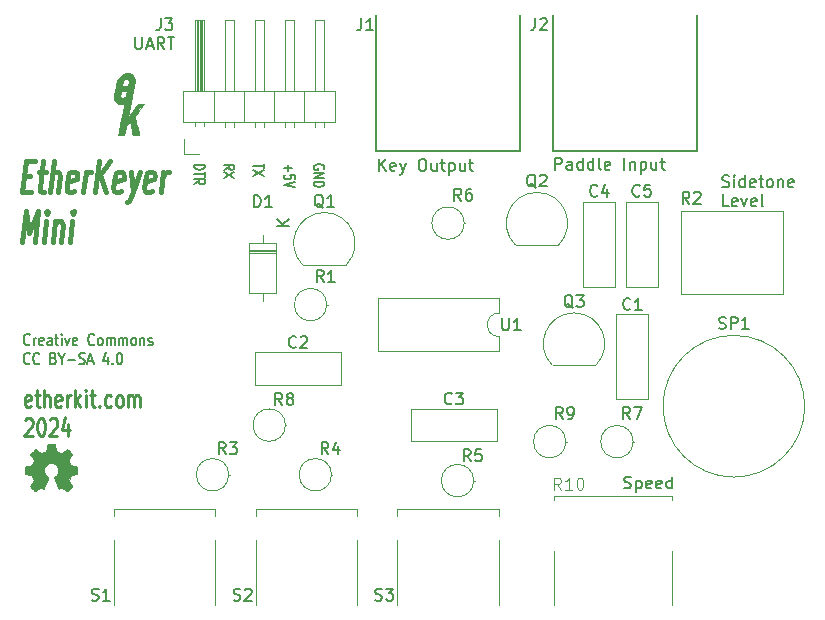
<source format=gto>
%TF.GenerationSoftware,KiCad,Pcbnew,7.0.10-7.0.10~ubuntu22.04.1*%
%TF.CreationDate,2024-01-03T17:37:56-08:00*%
%TF.ProjectId,EtherKeyerMini,45746865-724b-4657-9965-724d696e692e,A*%
%TF.SameCoordinates,Original*%
%TF.FileFunction,Legend,Top*%
%TF.FilePolarity,Positive*%
%FSLAX46Y46*%
G04 Gerber Fmt 4.6, Leading zero omitted, Abs format (unit mm)*
G04 Created by KiCad (PCBNEW 7.0.10-7.0.10~ubuntu22.04.1) date 2024-01-03 17:37:56*
%MOMM*%
%LPD*%
G01*
G04 APERTURE LIST*
%ADD10C,0.200000*%
%ADD11C,0.275000*%
%ADD12C,0.400000*%
%ADD13C,0.150000*%
%ADD14C,0.100000*%
%ADD15C,0.120000*%
%ADD16C,0.002540*%
%ADD17R,1.600000X2.400000*%
%ADD18O,1.600000X2.400000*%
%ADD19C,2.300000*%
%ADD20C,2.000000*%
%ADD21C,1.500000*%
%ADD22C,4.200000*%
%ADD23C,1.600000*%
%ADD24O,1.600000X1.600000*%
%ADD25C,1.800000*%
%ADD26C,2.100000*%
%ADD27R,1.050000X1.500000*%
%ADD28O,1.050000X1.500000*%
%ADD29O,1.700000X1.700000*%
%ADD30R,1.700000X1.700000*%
%ADD31C,1.900000*%
%ADD32C,0.800000*%
%ADD33C,6.400000*%
%ADD34R,1.600000X1.600000*%
G04 APERTURE END LIST*
D10*
X103579197Y-77961980D02*
X103541101Y-78009600D01*
X103541101Y-78009600D02*
X103426816Y-78057219D01*
X103426816Y-78057219D02*
X103350625Y-78057219D01*
X103350625Y-78057219D02*
X103236339Y-78009600D01*
X103236339Y-78009600D02*
X103160149Y-77914361D01*
X103160149Y-77914361D02*
X103122054Y-77819123D01*
X103122054Y-77819123D02*
X103083958Y-77628647D01*
X103083958Y-77628647D02*
X103083958Y-77485790D01*
X103083958Y-77485790D02*
X103122054Y-77295314D01*
X103122054Y-77295314D02*
X103160149Y-77200076D01*
X103160149Y-77200076D02*
X103236339Y-77104838D01*
X103236339Y-77104838D02*
X103350625Y-77057219D01*
X103350625Y-77057219D02*
X103426816Y-77057219D01*
X103426816Y-77057219D02*
X103541101Y-77104838D01*
X103541101Y-77104838D02*
X103579197Y-77152457D01*
X103922054Y-78057219D02*
X103922054Y-77390552D01*
X103922054Y-77581028D02*
X103960149Y-77485790D01*
X103960149Y-77485790D02*
X103998244Y-77438171D01*
X103998244Y-77438171D02*
X104074435Y-77390552D01*
X104074435Y-77390552D02*
X104150625Y-77390552D01*
X104722054Y-78009600D02*
X104645863Y-78057219D01*
X104645863Y-78057219D02*
X104493482Y-78057219D01*
X104493482Y-78057219D02*
X104417292Y-78009600D01*
X104417292Y-78009600D02*
X104379196Y-77914361D01*
X104379196Y-77914361D02*
X104379196Y-77533409D01*
X104379196Y-77533409D02*
X104417292Y-77438171D01*
X104417292Y-77438171D02*
X104493482Y-77390552D01*
X104493482Y-77390552D02*
X104645863Y-77390552D01*
X104645863Y-77390552D02*
X104722054Y-77438171D01*
X104722054Y-77438171D02*
X104760149Y-77533409D01*
X104760149Y-77533409D02*
X104760149Y-77628647D01*
X104760149Y-77628647D02*
X104379196Y-77723885D01*
X105445863Y-78057219D02*
X105445863Y-77533409D01*
X105445863Y-77533409D02*
X105407768Y-77438171D01*
X105407768Y-77438171D02*
X105331577Y-77390552D01*
X105331577Y-77390552D02*
X105179196Y-77390552D01*
X105179196Y-77390552D02*
X105103006Y-77438171D01*
X105445863Y-78009600D02*
X105369672Y-78057219D01*
X105369672Y-78057219D02*
X105179196Y-78057219D01*
X105179196Y-78057219D02*
X105103006Y-78009600D01*
X105103006Y-78009600D02*
X105064910Y-77914361D01*
X105064910Y-77914361D02*
X105064910Y-77819123D01*
X105064910Y-77819123D02*
X105103006Y-77723885D01*
X105103006Y-77723885D02*
X105179196Y-77676266D01*
X105179196Y-77676266D02*
X105369672Y-77676266D01*
X105369672Y-77676266D02*
X105445863Y-77628647D01*
X105712530Y-77390552D02*
X106017292Y-77390552D01*
X105826816Y-77057219D02*
X105826816Y-77914361D01*
X105826816Y-77914361D02*
X105864911Y-78009600D01*
X105864911Y-78009600D02*
X105941101Y-78057219D01*
X105941101Y-78057219D02*
X106017292Y-78057219D01*
X106283959Y-78057219D02*
X106283959Y-77390552D01*
X106283959Y-77057219D02*
X106245863Y-77104838D01*
X106245863Y-77104838D02*
X106283959Y-77152457D01*
X106283959Y-77152457D02*
X106322054Y-77104838D01*
X106322054Y-77104838D02*
X106283959Y-77057219D01*
X106283959Y-77057219D02*
X106283959Y-77152457D01*
X106588720Y-77390552D02*
X106779196Y-78057219D01*
X106779196Y-78057219D02*
X106969673Y-77390552D01*
X107579197Y-78009600D02*
X107503006Y-78057219D01*
X107503006Y-78057219D02*
X107350625Y-78057219D01*
X107350625Y-78057219D02*
X107274435Y-78009600D01*
X107274435Y-78009600D02*
X107236339Y-77914361D01*
X107236339Y-77914361D02*
X107236339Y-77533409D01*
X107236339Y-77533409D02*
X107274435Y-77438171D01*
X107274435Y-77438171D02*
X107350625Y-77390552D01*
X107350625Y-77390552D02*
X107503006Y-77390552D01*
X107503006Y-77390552D02*
X107579197Y-77438171D01*
X107579197Y-77438171D02*
X107617292Y-77533409D01*
X107617292Y-77533409D02*
X107617292Y-77628647D01*
X107617292Y-77628647D02*
X107236339Y-77723885D01*
X109026816Y-77961980D02*
X108988720Y-78009600D01*
X108988720Y-78009600D02*
X108874435Y-78057219D01*
X108874435Y-78057219D02*
X108798244Y-78057219D01*
X108798244Y-78057219D02*
X108683958Y-78009600D01*
X108683958Y-78009600D02*
X108607768Y-77914361D01*
X108607768Y-77914361D02*
X108569673Y-77819123D01*
X108569673Y-77819123D02*
X108531577Y-77628647D01*
X108531577Y-77628647D02*
X108531577Y-77485790D01*
X108531577Y-77485790D02*
X108569673Y-77295314D01*
X108569673Y-77295314D02*
X108607768Y-77200076D01*
X108607768Y-77200076D02*
X108683958Y-77104838D01*
X108683958Y-77104838D02*
X108798244Y-77057219D01*
X108798244Y-77057219D02*
X108874435Y-77057219D01*
X108874435Y-77057219D02*
X108988720Y-77104838D01*
X108988720Y-77104838D02*
X109026816Y-77152457D01*
X109483958Y-78057219D02*
X109407768Y-78009600D01*
X109407768Y-78009600D02*
X109369673Y-77961980D01*
X109369673Y-77961980D02*
X109331577Y-77866742D01*
X109331577Y-77866742D02*
X109331577Y-77581028D01*
X109331577Y-77581028D02*
X109369673Y-77485790D01*
X109369673Y-77485790D02*
X109407768Y-77438171D01*
X109407768Y-77438171D02*
X109483958Y-77390552D01*
X109483958Y-77390552D02*
X109598244Y-77390552D01*
X109598244Y-77390552D02*
X109674435Y-77438171D01*
X109674435Y-77438171D02*
X109712530Y-77485790D01*
X109712530Y-77485790D02*
X109750625Y-77581028D01*
X109750625Y-77581028D02*
X109750625Y-77866742D01*
X109750625Y-77866742D02*
X109712530Y-77961980D01*
X109712530Y-77961980D02*
X109674435Y-78009600D01*
X109674435Y-78009600D02*
X109598244Y-78057219D01*
X109598244Y-78057219D02*
X109483958Y-78057219D01*
X110093483Y-78057219D02*
X110093483Y-77390552D01*
X110093483Y-77485790D02*
X110131578Y-77438171D01*
X110131578Y-77438171D02*
X110207768Y-77390552D01*
X110207768Y-77390552D02*
X110322054Y-77390552D01*
X110322054Y-77390552D02*
X110398245Y-77438171D01*
X110398245Y-77438171D02*
X110436340Y-77533409D01*
X110436340Y-77533409D02*
X110436340Y-78057219D01*
X110436340Y-77533409D02*
X110474435Y-77438171D01*
X110474435Y-77438171D02*
X110550626Y-77390552D01*
X110550626Y-77390552D02*
X110664911Y-77390552D01*
X110664911Y-77390552D02*
X110741102Y-77438171D01*
X110741102Y-77438171D02*
X110779197Y-77533409D01*
X110779197Y-77533409D02*
X110779197Y-78057219D01*
X111160150Y-78057219D02*
X111160150Y-77390552D01*
X111160150Y-77485790D02*
X111198245Y-77438171D01*
X111198245Y-77438171D02*
X111274435Y-77390552D01*
X111274435Y-77390552D02*
X111388721Y-77390552D01*
X111388721Y-77390552D02*
X111464912Y-77438171D01*
X111464912Y-77438171D02*
X111503007Y-77533409D01*
X111503007Y-77533409D02*
X111503007Y-78057219D01*
X111503007Y-77533409D02*
X111541102Y-77438171D01*
X111541102Y-77438171D02*
X111617293Y-77390552D01*
X111617293Y-77390552D02*
X111731578Y-77390552D01*
X111731578Y-77390552D02*
X111807769Y-77438171D01*
X111807769Y-77438171D02*
X111845864Y-77533409D01*
X111845864Y-77533409D02*
X111845864Y-78057219D01*
X112341102Y-78057219D02*
X112264912Y-78009600D01*
X112264912Y-78009600D02*
X112226817Y-77961980D01*
X112226817Y-77961980D02*
X112188721Y-77866742D01*
X112188721Y-77866742D02*
X112188721Y-77581028D01*
X112188721Y-77581028D02*
X112226817Y-77485790D01*
X112226817Y-77485790D02*
X112264912Y-77438171D01*
X112264912Y-77438171D02*
X112341102Y-77390552D01*
X112341102Y-77390552D02*
X112455388Y-77390552D01*
X112455388Y-77390552D02*
X112531579Y-77438171D01*
X112531579Y-77438171D02*
X112569674Y-77485790D01*
X112569674Y-77485790D02*
X112607769Y-77581028D01*
X112607769Y-77581028D02*
X112607769Y-77866742D01*
X112607769Y-77866742D02*
X112569674Y-77961980D01*
X112569674Y-77961980D02*
X112531579Y-78009600D01*
X112531579Y-78009600D02*
X112455388Y-78057219D01*
X112455388Y-78057219D02*
X112341102Y-78057219D01*
X112950627Y-77390552D02*
X112950627Y-78057219D01*
X112950627Y-77485790D02*
X112988722Y-77438171D01*
X112988722Y-77438171D02*
X113064912Y-77390552D01*
X113064912Y-77390552D02*
X113179198Y-77390552D01*
X113179198Y-77390552D02*
X113255389Y-77438171D01*
X113255389Y-77438171D02*
X113293484Y-77533409D01*
X113293484Y-77533409D02*
X113293484Y-78057219D01*
X113636341Y-78009600D02*
X113712532Y-78057219D01*
X113712532Y-78057219D02*
X113864913Y-78057219D01*
X113864913Y-78057219D02*
X113941103Y-78009600D01*
X113941103Y-78009600D02*
X113979199Y-77914361D01*
X113979199Y-77914361D02*
X113979199Y-77866742D01*
X113979199Y-77866742D02*
X113941103Y-77771504D01*
X113941103Y-77771504D02*
X113864913Y-77723885D01*
X113864913Y-77723885D02*
X113750627Y-77723885D01*
X113750627Y-77723885D02*
X113674437Y-77676266D01*
X113674437Y-77676266D02*
X113636341Y-77581028D01*
X113636341Y-77581028D02*
X113636341Y-77533409D01*
X113636341Y-77533409D02*
X113674437Y-77438171D01*
X113674437Y-77438171D02*
X113750627Y-77390552D01*
X113750627Y-77390552D02*
X113864913Y-77390552D01*
X113864913Y-77390552D02*
X113941103Y-77438171D01*
X103579197Y-79571980D02*
X103541101Y-79619600D01*
X103541101Y-79619600D02*
X103426816Y-79667219D01*
X103426816Y-79667219D02*
X103350625Y-79667219D01*
X103350625Y-79667219D02*
X103236339Y-79619600D01*
X103236339Y-79619600D02*
X103160149Y-79524361D01*
X103160149Y-79524361D02*
X103122054Y-79429123D01*
X103122054Y-79429123D02*
X103083958Y-79238647D01*
X103083958Y-79238647D02*
X103083958Y-79095790D01*
X103083958Y-79095790D02*
X103122054Y-78905314D01*
X103122054Y-78905314D02*
X103160149Y-78810076D01*
X103160149Y-78810076D02*
X103236339Y-78714838D01*
X103236339Y-78714838D02*
X103350625Y-78667219D01*
X103350625Y-78667219D02*
X103426816Y-78667219D01*
X103426816Y-78667219D02*
X103541101Y-78714838D01*
X103541101Y-78714838D02*
X103579197Y-78762457D01*
X104379197Y-79571980D02*
X104341101Y-79619600D01*
X104341101Y-79619600D02*
X104226816Y-79667219D01*
X104226816Y-79667219D02*
X104150625Y-79667219D01*
X104150625Y-79667219D02*
X104036339Y-79619600D01*
X104036339Y-79619600D02*
X103960149Y-79524361D01*
X103960149Y-79524361D02*
X103922054Y-79429123D01*
X103922054Y-79429123D02*
X103883958Y-79238647D01*
X103883958Y-79238647D02*
X103883958Y-79095790D01*
X103883958Y-79095790D02*
X103922054Y-78905314D01*
X103922054Y-78905314D02*
X103960149Y-78810076D01*
X103960149Y-78810076D02*
X104036339Y-78714838D01*
X104036339Y-78714838D02*
X104150625Y-78667219D01*
X104150625Y-78667219D02*
X104226816Y-78667219D01*
X104226816Y-78667219D02*
X104341101Y-78714838D01*
X104341101Y-78714838D02*
X104379197Y-78762457D01*
X105598244Y-79143409D02*
X105712530Y-79191028D01*
X105712530Y-79191028D02*
X105750625Y-79238647D01*
X105750625Y-79238647D02*
X105788721Y-79333885D01*
X105788721Y-79333885D02*
X105788721Y-79476742D01*
X105788721Y-79476742D02*
X105750625Y-79571980D01*
X105750625Y-79571980D02*
X105712530Y-79619600D01*
X105712530Y-79619600D02*
X105636340Y-79667219D01*
X105636340Y-79667219D02*
X105331578Y-79667219D01*
X105331578Y-79667219D02*
X105331578Y-78667219D01*
X105331578Y-78667219D02*
X105598244Y-78667219D01*
X105598244Y-78667219D02*
X105674435Y-78714838D01*
X105674435Y-78714838D02*
X105712530Y-78762457D01*
X105712530Y-78762457D02*
X105750625Y-78857695D01*
X105750625Y-78857695D02*
X105750625Y-78952933D01*
X105750625Y-78952933D02*
X105712530Y-79048171D01*
X105712530Y-79048171D02*
X105674435Y-79095790D01*
X105674435Y-79095790D02*
X105598244Y-79143409D01*
X105598244Y-79143409D02*
X105331578Y-79143409D01*
X106283959Y-79191028D02*
X106283959Y-79667219D01*
X106017292Y-78667219D02*
X106283959Y-79191028D01*
X106283959Y-79191028D02*
X106550625Y-78667219D01*
X106817292Y-79286266D02*
X107426816Y-79286266D01*
X107769672Y-79619600D02*
X107883958Y-79667219D01*
X107883958Y-79667219D02*
X108074434Y-79667219D01*
X108074434Y-79667219D02*
X108150625Y-79619600D01*
X108150625Y-79619600D02*
X108188720Y-79571980D01*
X108188720Y-79571980D02*
X108226815Y-79476742D01*
X108226815Y-79476742D02*
X108226815Y-79381504D01*
X108226815Y-79381504D02*
X108188720Y-79286266D01*
X108188720Y-79286266D02*
X108150625Y-79238647D01*
X108150625Y-79238647D02*
X108074434Y-79191028D01*
X108074434Y-79191028D02*
X107922053Y-79143409D01*
X107922053Y-79143409D02*
X107845863Y-79095790D01*
X107845863Y-79095790D02*
X107807768Y-79048171D01*
X107807768Y-79048171D02*
X107769672Y-78952933D01*
X107769672Y-78952933D02*
X107769672Y-78857695D01*
X107769672Y-78857695D02*
X107807768Y-78762457D01*
X107807768Y-78762457D02*
X107845863Y-78714838D01*
X107845863Y-78714838D02*
X107922053Y-78667219D01*
X107922053Y-78667219D02*
X108112530Y-78667219D01*
X108112530Y-78667219D02*
X108226815Y-78714838D01*
X108531577Y-79381504D02*
X108912530Y-79381504D01*
X108455387Y-79667219D02*
X108722054Y-78667219D01*
X108722054Y-78667219D02*
X108988720Y-79667219D01*
X110207768Y-79000552D02*
X110207768Y-79667219D01*
X110017292Y-78619600D02*
X109826815Y-79333885D01*
X109826815Y-79333885D02*
X110322054Y-79333885D01*
X110626816Y-79571980D02*
X110664911Y-79619600D01*
X110664911Y-79619600D02*
X110626816Y-79667219D01*
X110626816Y-79667219D02*
X110588720Y-79619600D01*
X110588720Y-79619600D02*
X110626816Y-79571980D01*
X110626816Y-79571980D02*
X110626816Y-79667219D01*
X111160149Y-78667219D02*
X111236339Y-78667219D01*
X111236339Y-78667219D02*
X111312530Y-78714838D01*
X111312530Y-78714838D02*
X111350625Y-78762457D01*
X111350625Y-78762457D02*
X111388720Y-78857695D01*
X111388720Y-78857695D02*
X111426815Y-79048171D01*
X111426815Y-79048171D02*
X111426815Y-79286266D01*
X111426815Y-79286266D02*
X111388720Y-79476742D01*
X111388720Y-79476742D02*
X111350625Y-79571980D01*
X111350625Y-79571980D02*
X111312530Y-79619600D01*
X111312530Y-79619600D02*
X111236339Y-79667219D01*
X111236339Y-79667219D02*
X111160149Y-79667219D01*
X111160149Y-79667219D02*
X111083958Y-79619600D01*
X111083958Y-79619600D02*
X111045863Y-79571980D01*
X111045863Y-79571980D02*
X111007768Y-79476742D01*
X111007768Y-79476742D02*
X110969672Y-79286266D01*
X110969672Y-79286266D02*
X110969672Y-79048171D01*
X110969672Y-79048171D02*
X111007768Y-78857695D01*
X111007768Y-78857695D02*
X111045863Y-78762457D01*
X111045863Y-78762457D02*
X111083958Y-78714838D01*
X111083958Y-78714838D02*
X111160149Y-78667219D01*
D11*
X103661873Y-83215700D02*
X103557111Y-83287128D01*
X103557111Y-83287128D02*
X103347587Y-83287128D01*
X103347587Y-83287128D02*
X103242825Y-83215700D01*
X103242825Y-83215700D02*
X103190444Y-83072842D01*
X103190444Y-83072842D02*
X103190444Y-82501414D01*
X103190444Y-82501414D02*
X103242825Y-82358557D01*
X103242825Y-82358557D02*
X103347587Y-82287128D01*
X103347587Y-82287128D02*
X103557111Y-82287128D01*
X103557111Y-82287128D02*
X103661873Y-82358557D01*
X103661873Y-82358557D02*
X103714254Y-82501414D01*
X103714254Y-82501414D02*
X103714254Y-82644271D01*
X103714254Y-82644271D02*
X103190444Y-82787128D01*
X104028539Y-82287128D02*
X104447587Y-82287128D01*
X104185682Y-81787128D02*
X104185682Y-83072842D01*
X104185682Y-83072842D02*
X104238063Y-83215700D01*
X104238063Y-83215700D02*
X104342825Y-83287128D01*
X104342825Y-83287128D02*
X104447587Y-83287128D01*
X104814253Y-83287128D02*
X104814253Y-81787128D01*
X105285682Y-83287128D02*
X105285682Y-82501414D01*
X105285682Y-82501414D02*
X105233301Y-82358557D01*
X105233301Y-82358557D02*
X105128539Y-82287128D01*
X105128539Y-82287128D02*
X104971396Y-82287128D01*
X104971396Y-82287128D02*
X104866634Y-82358557D01*
X104866634Y-82358557D02*
X104814253Y-82429985D01*
X106228539Y-83215700D02*
X106123777Y-83287128D01*
X106123777Y-83287128D02*
X105914253Y-83287128D01*
X105914253Y-83287128D02*
X105809491Y-83215700D01*
X105809491Y-83215700D02*
X105757110Y-83072842D01*
X105757110Y-83072842D02*
X105757110Y-82501414D01*
X105757110Y-82501414D02*
X105809491Y-82358557D01*
X105809491Y-82358557D02*
X105914253Y-82287128D01*
X105914253Y-82287128D02*
X106123777Y-82287128D01*
X106123777Y-82287128D02*
X106228539Y-82358557D01*
X106228539Y-82358557D02*
X106280920Y-82501414D01*
X106280920Y-82501414D02*
X106280920Y-82644271D01*
X106280920Y-82644271D02*
X105757110Y-82787128D01*
X106752348Y-83287128D02*
X106752348Y-82287128D01*
X106752348Y-82572842D02*
X106804729Y-82429985D01*
X106804729Y-82429985D02*
X106857110Y-82358557D01*
X106857110Y-82358557D02*
X106961872Y-82287128D01*
X106961872Y-82287128D02*
X107066634Y-82287128D01*
X107433300Y-83287128D02*
X107433300Y-81787128D01*
X107538062Y-82715700D02*
X107852348Y-83287128D01*
X107852348Y-82287128D02*
X107433300Y-82858557D01*
X108323776Y-83287128D02*
X108323776Y-82287128D01*
X108323776Y-81787128D02*
X108271395Y-81858557D01*
X108271395Y-81858557D02*
X108323776Y-81929985D01*
X108323776Y-81929985D02*
X108376157Y-81858557D01*
X108376157Y-81858557D02*
X108323776Y-81787128D01*
X108323776Y-81787128D02*
X108323776Y-81929985D01*
X108690443Y-82287128D02*
X109109491Y-82287128D01*
X108847586Y-81787128D02*
X108847586Y-83072842D01*
X108847586Y-83072842D02*
X108899967Y-83215700D01*
X108899967Y-83215700D02*
X109004729Y-83287128D01*
X109004729Y-83287128D02*
X109109491Y-83287128D01*
X109476157Y-83144271D02*
X109528538Y-83215700D01*
X109528538Y-83215700D02*
X109476157Y-83287128D01*
X109476157Y-83287128D02*
X109423776Y-83215700D01*
X109423776Y-83215700D02*
X109476157Y-83144271D01*
X109476157Y-83144271D02*
X109476157Y-83287128D01*
X110471396Y-83215700D02*
X110366634Y-83287128D01*
X110366634Y-83287128D02*
X110157110Y-83287128D01*
X110157110Y-83287128D02*
X110052348Y-83215700D01*
X110052348Y-83215700D02*
X109999967Y-83144271D01*
X109999967Y-83144271D02*
X109947586Y-83001414D01*
X109947586Y-83001414D02*
X109947586Y-82572842D01*
X109947586Y-82572842D02*
X109999967Y-82429985D01*
X109999967Y-82429985D02*
X110052348Y-82358557D01*
X110052348Y-82358557D02*
X110157110Y-82287128D01*
X110157110Y-82287128D02*
X110366634Y-82287128D01*
X110366634Y-82287128D02*
X110471396Y-82358557D01*
X111099967Y-83287128D02*
X110995205Y-83215700D01*
X110995205Y-83215700D02*
X110942824Y-83144271D01*
X110942824Y-83144271D02*
X110890443Y-83001414D01*
X110890443Y-83001414D02*
X110890443Y-82572842D01*
X110890443Y-82572842D02*
X110942824Y-82429985D01*
X110942824Y-82429985D02*
X110995205Y-82358557D01*
X110995205Y-82358557D02*
X111099967Y-82287128D01*
X111099967Y-82287128D02*
X111257110Y-82287128D01*
X111257110Y-82287128D02*
X111361872Y-82358557D01*
X111361872Y-82358557D02*
X111414253Y-82429985D01*
X111414253Y-82429985D02*
X111466634Y-82572842D01*
X111466634Y-82572842D02*
X111466634Y-83001414D01*
X111466634Y-83001414D02*
X111414253Y-83144271D01*
X111414253Y-83144271D02*
X111361872Y-83215700D01*
X111361872Y-83215700D02*
X111257110Y-83287128D01*
X111257110Y-83287128D02*
X111099967Y-83287128D01*
X111938062Y-83287128D02*
X111938062Y-82287128D01*
X111938062Y-82429985D02*
X111990443Y-82358557D01*
X111990443Y-82358557D02*
X112095205Y-82287128D01*
X112095205Y-82287128D02*
X112252348Y-82287128D01*
X112252348Y-82287128D02*
X112357110Y-82358557D01*
X112357110Y-82358557D02*
X112409491Y-82501414D01*
X112409491Y-82501414D02*
X112409491Y-83287128D01*
X112409491Y-82501414D02*
X112461872Y-82358557D01*
X112461872Y-82358557D02*
X112566634Y-82287128D01*
X112566634Y-82287128D02*
X112723777Y-82287128D01*
X112723777Y-82287128D02*
X112828538Y-82358557D01*
X112828538Y-82358557D02*
X112880919Y-82501414D01*
X112880919Y-82501414D02*
X112880919Y-83287128D01*
X103190444Y-84344985D02*
X103242825Y-84273557D01*
X103242825Y-84273557D02*
X103347587Y-84202128D01*
X103347587Y-84202128D02*
X103609492Y-84202128D01*
X103609492Y-84202128D02*
X103714254Y-84273557D01*
X103714254Y-84273557D02*
X103766635Y-84344985D01*
X103766635Y-84344985D02*
X103819016Y-84487842D01*
X103819016Y-84487842D02*
X103819016Y-84630700D01*
X103819016Y-84630700D02*
X103766635Y-84844985D01*
X103766635Y-84844985D02*
X103138063Y-85702128D01*
X103138063Y-85702128D02*
X103819016Y-85702128D01*
X104499968Y-84202128D02*
X104604730Y-84202128D01*
X104604730Y-84202128D02*
X104709492Y-84273557D01*
X104709492Y-84273557D02*
X104761873Y-84344985D01*
X104761873Y-84344985D02*
X104814254Y-84487842D01*
X104814254Y-84487842D02*
X104866635Y-84773557D01*
X104866635Y-84773557D02*
X104866635Y-85130700D01*
X104866635Y-85130700D02*
X104814254Y-85416414D01*
X104814254Y-85416414D02*
X104761873Y-85559271D01*
X104761873Y-85559271D02*
X104709492Y-85630700D01*
X104709492Y-85630700D02*
X104604730Y-85702128D01*
X104604730Y-85702128D02*
X104499968Y-85702128D01*
X104499968Y-85702128D02*
X104395206Y-85630700D01*
X104395206Y-85630700D02*
X104342825Y-85559271D01*
X104342825Y-85559271D02*
X104290444Y-85416414D01*
X104290444Y-85416414D02*
X104238063Y-85130700D01*
X104238063Y-85130700D02*
X104238063Y-84773557D01*
X104238063Y-84773557D02*
X104290444Y-84487842D01*
X104290444Y-84487842D02*
X104342825Y-84344985D01*
X104342825Y-84344985D02*
X104395206Y-84273557D01*
X104395206Y-84273557D02*
X104499968Y-84202128D01*
X105285682Y-84344985D02*
X105338063Y-84273557D01*
X105338063Y-84273557D02*
X105442825Y-84202128D01*
X105442825Y-84202128D02*
X105704730Y-84202128D01*
X105704730Y-84202128D02*
X105809492Y-84273557D01*
X105809492Y-84273557D02*
X105861873Y-84344985D01*
X105861873Y-84344985D02*
X105914254Y-84487842D01*
X105914254Y-84487842D02*
X105914254Y-84630700D01*
X105914254Y-84630700D02*
X105861873Y-84844985D01*
X105861873Y-84844985D02*
X105233301Y-85702128D01*
X105233301Y-85702128D02*
X105914254Y-85702128D01*
X106857111Y-84702128D02*
X106857111Y-85702128D01*
X106595206Y-84130700D02*
X106333301Y-85202128D01*
X106333301Y-85202128D02*
X107014254Y-85202128D01*
D12*
X103098871Y-63713104D02*
X103632204Y-63713104D01*
X103690537Y-65075009D02*
X102928633Y-65075009D01*
X102928633Y-65075009D02*
X103253633Y-62475009D01*
X103253633Y-62475009D02*
X104015537Y-62475009D01*
X104364347Y-63341676D02*
X104973871Y-63341676D01*
X104701252Y-62475009D02*
X104422680Y-64703580D01*
X104422680Y-64703580D02*
X104467918Y-64951200D01*
X104467918Y-64951200D02*
X104604823Y-65075009D01*
X104604823Y-65075009D02*
X104757204Y-65075009D01*
X105290538Y-65075009D02*
X105615538Y-62475009D01*
X105976252Y-65075009D02*
X106146490Y-63713104D01*
X106146490Y-63713104D02*
X106101252Y-63465485D01*
X106101252Y-63465485D02*
X105964347Y-63341676D01*
X105964347Y-63341676D02*
X105735776Y-63341676D01*
X105735776Y-63341676D02*
X105567919Y-63465485D01*
X105567919Y-63465485D02*
X105476252Y-63589295D01*
X107363157Y-64951200D02*
X107195300Y-65075009D01*
X107195300Y-65075009D02*
X106890538Y-65075009D01*
X106890538Y-65075009D02*
X106753633Y-64951200D01*
X106753633Y-64951200D02*
X106708395Y-64703580D01*
X106708395Y-64703580D02*
X106832204Y-63713104D01*
X106832204Y-63713104D02*
X106939347Y-63465485D01*
X106939347Y-63465485D02*
X107107204Y-63341676D01*
X107107204Y-63341676D02*
X107411966Y-63341676D01*
X107411966Y-63341676D02*
X107548871Y-63465485D01*
X107548871Y-63465485D02*
X107594109Y-63713104D01*
X107594109Y-63713104D02*
X107563157Y-63960723D01*
X107563157Y-63960723D02*
X106770300Y-64208342D01*
X108109586Y-65075009D02*
X108326252Y-63341676D01*
X108264348Y-63836914D02*
X108371490Y-63589295D01*
X108371490Y-63589295D02*
X108463157Y-63465485D01*
X108463157Y-63465485D02*
X108631014Y-63341676D01*
X108631014Y-63341676D02*
X108783395Y-63341676D01*
X109100062Y-65075009D02*
X109425062Y-62475009D01*
X110014347Y-65075009D02*
X109514347Y-63589295D01*
X110339347Y-62475009D02*
X109239347Y-63960723D01*
X111325062Y-64951200D02*
X111157205Y-65075009D01*
X111157205Y-65075009D02*
X110852443Y-65075009D01*
X110852443Y-65075009D02*
X110715538Y-64951200D01*
X110715538Y-64951200D02*
X110670300Y-64703580D01*
X110670300Y-64703580D02*
X110794109Y-63713104D01*
X110794109Y-63713104D02*
X110901252Y-63465485D01*
X110901252Y-63465485D02*
X111069109Y-63341676D01*
X111069109Y-63341676D02*
X111373871Y-63341676D01*
X111373871Y-63341676D02*
X111510776Y-63465485D01*
X111510776Y-63465485D02*
X111556014Y-63713104D01*
X111556014Y-63713104D02*
X111525062Y-63960723D01*
X111525062Y-63960723D02*
X110732205Y-64208342D01*
X112135776Y-63341676D02*
X112300062Y-65075009D01*
X112897681Y-63341676D02*
X112300062Y-65075009D01*
X112300062Y-65075009D02*
X112070300Y-65694057D01*
X112070300Y-65694057D02*
X111978634Y-65817866D01*
X111978634Y-65817866D02*
X111810776Y-65941676D01*
X113915539Y-64951200D02*
X113747682Y-65075009D01*
X113747682Y-65075009D02*
X113442920Y-65075009D01*
X113442920Y-65075009D02*
X113306015Y-64951200D01*
X113306015Y-64951200D02*
X113260777Y-64703580D01*
X113260777Y-64703580D02*
X113384586Y-63713104D01*
X113384586Y-63713104D02*
X113491729Y-63465485D01*
X113491729Y-63465485D02*
X113659586Y-63341676D01*
X113659586Y-63341676D02*
X113964348Y-63341676D01*
X113964348Y-63341676D02*
X114101253Y-63465485D01*
X114101253Y-63465485D02*
X114146491Y-63713104D01*
X114146491Y-63713104D02*
X114115539Y-63960723D01*
X114115539Y-63960723D02*
X113322682Y-64208342D01*
X114661968Y-65075009D02*
X114878634Y-63341676D01*
X114816730Y-63836914D02*
X114923872Y-63589295D01*
X114923872Y-63589295D02*
X115015539Y-63465485D01*
X115015539Y-63465485D02*
X115183396Y-63341676D01*
X115183396Y-63341676D02*
X115335777Y-63341676D01*
X102928633Y-69261009D02*
X103253633Y-66661009D01*
X103253633Y-66661009D02*
X103554823Y-68518152D01*
X103554823Y-68518152D02*
X104320299Y-66661009D01*
X104320299Y-66661009D02*
X103995299Y-69261009D01*
X104757204Y-69261009D02*
X104973870Y-67527676D01*
X105082204Y-66661009D02*
X104990537Y-66784819D01*
X104990537Y-66784819D02*
X105051251Y-66908628D01*
X105051251Y-66908628D02*
X105142918Y-66784819D01*
X105142918Y-66784819D02*
X105082204Y-66661009D01*
X105082204Y-66661009D02*
X105051251Y-66908628D01*
X105735775Y-67527676D02*
X105519109Y-69261009D01*
X105704823Y-67775295D02*
X105796490Y-67651485D01*
X105796490Y-67651485D02*
X105964347Y-67527676D01*
X105964347Y-67527676D02*
X106192918Y-67527676D01*
X106192918Y-67527676D02*
X106329823Y-67651485D01*
X106329823Y-67651485D02*
X106375061Y-67899104D01*
X106375061Y-67899104D02*
X106204823Y-69261009D01*
X106966728Y-69261009D02*
X107183394Y-67527676D01*
X107291728Y-66661009D02*
X107200061Y-66784819D01*
X107200061Y-66784819D02*
X107260775Y-66908628D01*
X107260775Y-66908628D02*
X107352442Y-66784819D01*
X107352442Y-66784819D02*
X107291728Y-66661009D01*
X107291728Y-66661009D02*
X107260775Y-66908628D01*
D10*
X162222054Y-64609600D02*
X162364911Y-64657219D01*
X162364911Y-64657219D02*
X162603006Y-64657219D01*
X162603006Y-64657219D02*
X162698244Y-64609600D01*
X162698244Y-64609600D02*
X162745863Y-64561980D01*
X162745863Y-64561980D02*
X162793482Y-64466742D01*
X162793482Y-64466742D02*
X162793482Y-64371504D01*
X162793482Y-64371504D02*
X162745863Y-64276266D01*
X162745863Y-64276266D02*
X162698244Y-64228647D01*
X162698244Y-64228647D02*
X162603006Y-64181028D01*
X162603006Y-64181028D02*
X162412530Y-64133409D01*
X162412530Y-64133409D02*
X162317292Y-64085790D01*
X162317292Y-64085790D02*
X162269673Y-64038171D01*
X162269673Y-64038171D02*
X162222054Y-63942933D01*
X162222054Y-63942933D02*
X162222054Y-63847695D01*
X162222054Y-63847695D02*
X162269673Y-63752457D01*
X162269673Y-63752457D02*
X162317292Y-63704838D01*
X162317292Y-63704838D02*
X162412530Y-63657219D01*
X162412530Y-63657219D02*
X162650625Y-63657219D01*
X162650625Y-63657219D02*
X162793482Y-63704838D01*
X163222054Y-64657219D02*
X163222054Y-63990552D01*
X163222054Y-63657219D02*
X163174435Y-63704838D01*
X163174435Y-63704838D02*
X163222054Y-63752457D01*
X163222054Y-63752457D02*
X163269673Y-63704838D01*
X163269673Y-63704838D02*
X163222054Y-63657219D01*
X163222054Y-63657219D02*
X163222054Y-63752457D01*
X164126815Y-64657219D02*
X164126815Y-63657219D01*
X164126815Y-64609600D02*
X164031577Y-64657219D01*
X164031577Y-64657219D02*
X163841101Y-64657219D01*
X163841101Y-64657219D02*
X163745863Y-64609600D01*
X163745863Y-64609600D02*
X163698244Y-64561980D01*
X163698244Y-64561980D02*
X163650625Y-64466742D01*
X163650625Y-64466742D02*
X163650625Y-64181028D01*
X163650625Y-64181028D02*
X163698244Y-64085790D01*
X163698244Y-64085790D02*
X163745863Y-64038171D01*
X163745863Y-64038171D02*
X163841101Y-63990552D01*
X163841101Y-63990552D02*
X164031577Y-63990552D01*
X164031577Y-63990552D02*
X164126815Y-64038171D01*
X164983958Y-64609600D02*
X164888720Y-64657219D01*
X164888720Y-64657219D02*
X164698244Y-64657219D01*
X164698244Y-64657219D02*
X164603006Y-64609600D01*
X164603006Y-64609600D02*
X164555387Y-64514361D01*
X164555387Y-64514361D02*
X164555387Y-64133409D01*
X164555387Y-64133409D02*
X164603006Y-64038171D01*
X164603006Y-64038171D02*
X164698244Y-63990552D01*
X164698244Y-63990552D02*
X164888720Y-63990552D01*
X164888720Y-63990552D02*
X164983958Y-64038171D01*
X164983958Y-64038171D02*
X165031577Y-64133409D01*
X165031577Y-64133409D02*
X165031577Y-64228647D01*
X165031577Y-64228647D02*
X164555387Y-64323885D01*
X165317292Y-63990552D02*
X165698244Y-63990552D01*
X165460149Y-63657219D02*
X165460149Y-64514361D01*
X165460149Y-64514361D02*
X165507768Y-64609600D01*
X165507768Y-64609600D02*
X165603006Y-64657219D01*
X165603006Y-64657219D02*
X165698244Y-64657219D01*
X166174435Y-64657219D02*
X166079197Y-64609600D01*
X166079197Y-64609600D02*
X166031578Y-64561980D01*
X166031578Y-64561980D02*
X165983959Y-64466742D01*
X165983959Y-64466742D02*
X165983959Y-64181028D01*
X165983959Y-64181028D02*
X166031578Y-64085790D01*
X166031578Y-64085790D02*
X166079197Y-64038171D01*
X166079197Y-64038171D02*
X166174435Y-63990552D01*
X166174435Y-63990552D02*
X166317292Y-63990552D01*
X166317292Y-63990552D02*
X166412530Y-64038171D01*
X166412530Y-64038171D02*
X166460149Y-64085790D01*
X166460149Y-64085790D02*
X166507768Y-64181028D01*
X166507768Y-64181028D02*
X166507768Y-64466742D01*
X166507768Y-64466742D02*
X166460149Y-64561980D01*
X166460149Y-64561980D02*
X166412530Y-64609600D01*
X166412530Y-64609600D02*
X166317292Y-64657219D01*
X166317292Y-64657219D02*
X166174435Y-64657219D01*
X166936340Y-63990552D02*
X166936340Y-64657219D01*
X166936340Y-64085790D02*
X166983959Y-64038171D01*
X166983959Y-64038171D02*
X167079197Y-63990552D01*
X167079197Y-63990552D02*
X167222054Y-63990552D01*
X167222054Y-63990552D02*
X167317292Y-64038171D01*
X167317292Y-64038171D02*
X167364911Y-64133409D01*
X167364911Y-64133409D02*
X167364911Y-64657219D01*
X168222054Y-64609600D02*
X168126816Y-64657219D01*
X168126816Y-64657219D02*
X167936340Y-64657219D01*
X167936340Y-64657219D02*
X167841102Y-64609600D01*
X167841102Y-64609600D02*
X167793483Y-64514361D01*
X167793483Y-64514361D02*
X167793483Y-64133409D01*
X167793483Y-64133409D02*
X167841102Y-64038171D01*
X167841102Y-64038171D02*
X167936340Y-63990552D01*
X167936340Y-63990552D02*
X168126816Y-63990552D01*
X168126816Y-63990552D02*
X168222054Y-64038171D01*
X168222054Y-64038171D02*
X168269673Y-64133409D01*
X168269673Y-64133409D02*
X168269673Y-64228647D01*
X168269673Y-64228647D02*
X167793483Y-64323885D01*
X162745863Y-66267219D02*
X162269673Y-66267219D01*
X162269673Y-66267219D02*
X162269673Y-65267219D01*
X163460149Y-66219600D02*
X163364911Y-66267219D01*
X163364911Y-66267219D02*
X163174435Y-66267219D01*
X163174435Y-66267219D02*
X163079197Y-66219600D01*
X163079197Y-66219600D02*
X163031578Y-66124361D01*
X163031578Y-66124361D02*
X163031578Y-65743409D01*
X163031578Y-65743409D02*
X163079197Y-65648171D01*
X163079197Y-65648171D02*
X163174435Y-65600552D01*
X163174435Y-65600552D02*
X163364911Y-65600552D01*
X163364911Y-65600552D02*
X163460149Y-65648171D01*
X163460149Y-65648171D02*
X163507768Y-65743409D01*
X163507768Y-65743409D02*
X163507768Y-65838647D01*
X163507768Y-65838647D02*
X163031578Y-65933885D01*
X163841102Y-65600552D02*
X164079197Y-66267219D01*
X164079197Y-66267219D02*
X164317292Y-65600552D01*
X165079197Y-66219600D02*
X164983959Y-66267219D01*
X164983959Y-66267219D02*
X164793483Y-66267219D01*
X164793483Y-66267219D02*
X164698245Y-66219600D01*
X164698245Y-66219600D02*
X164650626Y-66124361D01*
X164650626Y-66124361D02*
X164650626Y-65743409D01*
X164650626Y-65743409D02*
X164698245Y-65648171D01*
X164698245Y-65648171D02*
X164793483Y-65600552D01*
X164793483Y-65600552D02*
X164983959Y-65600552D01*
X164983959Y-65600552D02*
X165079197Y-65648171D01*
X165079197Y-65648171D02*
X165126816Y-65743409D01*
X165126816Y-65743409D02*
X165126816Y-65838647D01*
X165126816Y-65838647D02*
X164650626Y-65933885D01*
X165698245Y-66267219D02*
X165603007Y-66219600D01*
X165603007Y-66219600D02*
X165555388Y-66124361D01*
X165555388Y-66124361D02*
X165555388Y-65267219D01*
X153922054Y-90119600D02*
X154064911Y-90167219D01*
X154064911Y-90167219D02*
X154303006Y-90167219D01*
X154303006Y-90167219D02*
X154398244Y-90119600D01*
X154398244Y-90119600D02*
X154445863Y-90071980D01*
X154445863Y-90071980D02*
X154493482Y-89976742D01*
X154493482Y-89976742D02*
X154493482Y-89881504D01*
X154493482Y-89881504D02*
X154445863Y-89786266D01*
X154445863Y-89786266D02*
X154398244Y-89738647D01*
X154398244Y-89738647D02*
X154303006Y-89691028D01*
X154303006Y-89691028D02*
X154112530Y-89643409D01*
X154112530Y-89643409D02*
X154017292Y-89595790D01*
X154017292Y-89595790D02*
X153969673Y-89548171D01*
X153969673Y-89548171D02*
X153922054Y-89452933D01*
X153922054Y-89452933D02*
X153922054Y-89357695D01*
X153922054Y-89357695D02*
X153969673Y-89262457D01*
X153969673Y-89262457D02*
X154017292Y-89214838D01*
X154017292Y-89214838D02*
X154112530Y-89167219D01*
X154112530Y-89167219D02*
X154350625Y-89167219D01*
X154350625Y-89167219D02*
X154493482Y-89214838D01*
X154922054Y-89500552D02*
X154922054Y-90500552D01*
X154922054Y-89548171D02*
X155017292Y-89500552D01*
X155017292Y-89500552D02*
X155207768Y-89500552D01*
X155207768Y-89500552D02*
X155303006Y-89548171D01*
X155303006Y-89548171D02*
X155350625Y-89595790D01*
X155350625Y-89595790D02*
X155398244Y-89691028D01*
X155398244Y-89691028D02*
X155398244Y-89976742D01*
X155398244Y-89976742D02*
X155350625Y-90071980D01*
X155350625Y-90071980D02*
X155303006Y-90119600D01*
X155303006Y-90119600D02*
X155207768Y-90167219D01*
X155207768Y-90167219D02*
X155017292Y-90167219D01*
X155017292Y-90167219D02*
X154922054Y-90119600D01*
X156207768Y-90119600D02*
X156112530Y-90167219D01*
X156112530Y-90167219D02*
X155922054Y-90167219D01*
X155922054Y-90167219D02*
X155826816Y-90119600D01*
X155826816Y-90119600D02*
X155779197Y-90024361D01*
X155779197Y-90024361D02*
X155779197Y-89643409D01*
X155779197Y-89643409D02*
X155826816Y-89548171D01*
X155826816Y-89548171D02*
X155922054Y-89500552D01*
X155922054Y-89500552D02*
X156112530Y-89500552D01*
X156112530Y-89500552D02*
X156207768Y-89548171D01*
X156207768Y-89548171D02*
X156255387Y-89643409D01*
X156255387Y-89643409D02*
X156255387Y-89738647D01*
X156255387Y-89738647D02*
X155779197Y-89833885D01*
X157064911Y-90119600D02*
X156969673Y-90167219D01*
X156969673Y-90167219D02*
X156779197Y-90167219D01*
X156779197Y-90167219D02*
X156683959Y-90119600D01*
X156683959Y-90119600D02*
X156636340Y-90024361D01*
X156636340Y-90024361D02*
X156636340Y-89643409D01*
X156636340Y-89643409D02*
X156683959Y-89548171D01*
X156683959Y-89548171D02*
X156779197Y-89500552D01*
X156779197Y-89500552D02*
X156969673Y-89500552D01*
X156969673Y-89500552D02*
X157064911Y-89548171D01*
X157064911Y-89548171D02*
X157112530Y-89643409D01*
X157112530Y-89643409D02*
X157112530Y-89738647D01*
X157112530Y-89738647D02*
X156636340Y-89833885D01*
X157969673Y-90167219D02*
X157969673Y-89167219D01*
X157969673Y-90119600D02*
X157874435Y-90167219D01*
X157874435Y-90167219D02*
X157683959Y-90167219D01*
X157683959Y-90167219D02*
X157588721Y-90119600D01*
X157588721Y-90119600D02*
X157541102Y-90071980D01*
X157541102Y-90071980D02*
X157493483Y-89976742D01*
X157493483Y-89976742D02*
X157493483Y-89691028D01*
X157493483Y-89691028D02*
X157541102Y-89595790D01*
X157541102Y-89595790D02*
X157588721Y-89548171D01*
X157588721Y-89548171D02*
X157683959Y-89500552D01*
X157683959Y-89500552D02*
X157874435Y-89500552D01*
X157874435Y-89500552D02*
X157969673Y-89548171D01*
D13*
X128475085Y-63132017D02*
X128517942Y-63065350D01*
X128517942Y-63065350D02*
X128517942Y-62965350D01*
X128517942Y-62965350D02*
X128475085Y-62865350D01*
X128475085Y-62865350D02*
X128389371Y-62798684D01*
X128389371Y-62798684D02*
X128303657Y-62765350D01*
X128303657Y-62765350D02*
X128132228Y-62732017D01*
X128132228Y-62732017D02*
X128003657Y-62732017D01*
X128003657Y-62732017D02*
X127832228Y-62765350D01*
X127832228Y-62765350D02*
X127746514Y-62798684D01*
X127746514Y-62798684D02*
X127660800Y-62865350D01*
X127660800Y-62865350D02*
X127617942Y-62965350D01*
X127617942Y-62965350D02*
X127617942Y-63032017D01*
X127617942Y-63032017D02*
X127660800Y-63132017D01*
X127660800Y-63132017D02*
X127703657Y-63165350D01*
X127703657Y-63165350D02*
X128003657Y-63165350D01*
X128003657Y-63165350D02*
X128003657Y-63032017D01*
X127617942Y-63465350D02*
X128517942Y-63465350D01*
X128517942Y-63465350D02*
X127617942Y-63865350D01*
X127617942Y-63865350D02*
X128517942Y-63865350D01*
X127617942Y-64198683D02*
X128517942Y-64198683D01*
X128517942Y-64198683D02*
X128517942Y-64365350D01*
X128517942Y-64365350D02*
X128475085Y-64465350D01*
X128475085Y-64465350D02*
X128389371Y-64532017D01*
X128389371Y-64532017D02*
X128303657Y-64565350D01*
X128303657Y-64565350D02*
X128132228Y-64598683D01*
X128132228Y-64598683D02*
X128003657Y-64598683D01*
X128003657Y-64598683D02*
X127832228Y-64565350D01*
X127832228Y-64565350D02*
X127746514Y-64532017D01*
X127746514Y-64532017D02*
X127660800Y-64465350D01*
X127660800Y-64465350D02*
X127617942Y-64365350D01*
X127617942Y-64365350D02*
X127617942Y-64198683D01*
X125460800Y-62765350D02*
X125460800Y-63298684D01*
X125117942Y-63032017D02*
X125803657Y-63032017D01*
X126017942Y-63965351D02*
X126017942Y-63632017D01*
X126017942Y-63632017D02*
X125589371Y-63598684D01*
X125589371Y-63598684D02*
X125632228Y-63632017D01*
X125632228Y-63632017D02*
X125675085Y-63698684D01*
X125675085Y-63698684D02*
X125675085Y-63865351D01*
X125675085Y-63865351D02*
X125632228Y-63932017D01*
X125632228Y-63932017D02*
X125589371Y-63965351D01*
X125589371Y-63965351D02*
X125503657Y-63998684D01*
X125503657Y-63998684D02*
X125289371Y-63998684D01*
X125289371Y-63998684D02*
X125203657Y-63965351D01*
X125203657Y-63965351D02*
X125160800Y-63932017D01*
X125160800Y-63932017D02*
X125117942Y-63865351D01*
X125117942Y-63865351D02*
X125117942Y-63698684D01*
X125117942Y-63698684D02*
X125160800Y-63632017D01*
X125160800Y-63632017D02*
X125203657Y-63598684D01*
X126017942Y-64198684D02*
X125117942Y-64432018D01*
X125117942Y-64432018D02*
X126017942Y-64665351D01*
X123417942Y-62665350D02*
X123417942Y-63065350D01*
X122517942Y-62865350D02*
X123417942Y-62865350D01*
X123417942Y-63232017D02*
X122517942Y-63698683D01*
X123417942Y-63698683D02*
X122517942Y-63232017D01*
X120017942Y-63165350D02*
X120446514Y-62932017D01*
X120017942Y-62765350D02*
X120917942Y-62765350D01*
X120917942Y-62765350D02*
X120917942Y-63032017D01*
X120917942Y-63032017D02*
X120875085Y-63098684D01*
X120875085Y-63098684D02*
X120832228Y-63132017D01*
X120832228Y-63132017D02*
X120746514Y-63165350D01*
X120746514Y-63165350D02*
X120617942Y-63165350D01*
X120617942Y-63165350D02*
X120532228Y-63132017D01*
X120532228Y-63132017D02*
X120489371Y-63098684D01*
X120489371Y-63098684D02*
X120446514Y-63032017D01*
X120446514Y-63032017D02*
X120446514Y-62765350D01*
X120917942Y-63398684D02*
X120017942Y-63865350D01*
X120917942Y-63865350D02*
X120017942Y-63398684D01*
X117517942Y-62765350D02*
X118417942Y-62765350D01*
X118417942Y-62765350D02*
X118417942Y-62932017D01*
X118417942Y-62932017D02*
X118375085Y-63032017D01*
X118375085Y-63032017D02*
X118289371Y-63098684D01*
X118289371Y-63098684D02*
X118203657Y-63132017D01*
X118203657Y-63132017D02*
X118032228Y-63165350D01*
X118032228Y-63165350D02*
X117903657Y-63165350D01*
X117903657Y-63165350D02*
X117732228Y-63132017D01*
X117732228Y-63132017D02*
X117646514Y-63098684D01*
X117646514Y-63098684D02*
X117560800Y-63032017D01*
X117560800Y-63032017D02*
X117517942Y-62932017D01*
X117517942Y-62932017D02*
X117517942Y-62765350D01*
X118417942Y-63365350D02*
X118417942Y-63765350D01*
X117517942Y-63565350D02*
X118417942Y-63565350D01*
X117517942Y-64398683D02*
X117946514Y-64165350D01*
X117517942Y-63998683D02*
X118417942Y-63998683D01*
X118417942Y-63998683D02*
X118417942Y-64265350D01*
X118417942Y-64265350D02*
X118375085Y-64332017D01*
X118375085Y-64332017D02*
X118332228Y-64365350D01*
X118332228Y-64365350D02*
X118246514Y-64398683D01*
X118246514Y-64398683D02*
X118117942Y-64398683D01*
X118117942Y-64398683D02*
X118032228Y-64365350D01*
X118032228Y-64365350D02*
X117989371Y-64332017D01*
X117989371Y-64332017D02*
X117946514Y-64265350D01*
X117946514Y-64265350D02*
X117946514Y-63998683D01*
D10*
X133169673Y-63267219D02*
X133169673Y-62267219D01*
X133741101Y-63267219D02*
X133312530Y-62695790D01*
X133741101Y-62267219D02*
X133169673Y-62838647D01*
X134550625Y-63219600D02*
X134455387Y-63267219D01*
X134455387Y-63267219D02*
X134264911Y-63267219D01*
X134264911Y-63267219D02*
X134169673Y-63219600D01*
X134169673Y-63219600D02*
X134122054Y-63124361D01*
X134122054Y-63124361D02*
X134122054Y-62743409D01*
X134122054Y-62743409D02*
X134169673Y-62648171D01*
X134169673Y-62648171D02*
X134264911Y-62600552D01*
X134264911Y-62600552D02*
X134455387Y-62600552D01*
X134455387Y-62600552D02*
X134550625Y-62648171D01*
X134550625Y-62648171D02*
X134598244Y-62743409D01*
X134598244Y-62743409D02*
X134598244Y-62838647D01*
X134598244Y-62838647D02*
X134122054Y-62933885D01*
X134931578Y-62600552D02*
X135169673Y-63267219D01*
X135407768Y-62600552D02*
X135169673Y-63267219D01*
X135169673Y-63267219D02*
X135074435Y-63505314D01*
X135074435Y-63505314D02*
X135026816Y-63552933D01*
X135026816Y-63552933D02*
X134931578Y-63600552D01*
X136741102Y-62267219D02*
X136931578Y-62267219D01*
X136931578Y-62267219D02*
X137026816Y-62314838D01*
X137026816Y-62314838D02*
X137122054Y-62410076D01*
X137122054Y-62410076D02*
X137169673Y-62600552D01*
X137169673Y-62600552D02*
X137169673Y-62933885D01*
X137169673Y-62933885D02*
X137122054Y-63124361D01*
X137122054Y-63124361D02*
X137026816Y-63219600D01*
X137026816Y-63219600D02*
X136931578Y-63267219D01*
X136931578Y-63267219D02*
X136741102Y-63267219D01*
X136741102Y-63267219D02*
X136645864Y-63219600D01*
X136645864Y-63219600D02*
X136550626Y-63124361D01*
X136550626Y-63124361D02*
X136503007Y-62933885D01*
X136503007Y-62933885D02*
X136503007Y-62600552D01*
X136503007Y-62600552D02*
X136550626Y-62410076D01*
X136550626Y-62410076D02*
X136645864Y-62314838D01*
X136645864Y-62314838D02*
X136741102Y-62267219D01*
X138026816Y-62600552D02*
X138026816Y-63267219D01*
X137598245Y-62600552D02*
X137598245Y-63124361D01*
X137598245Y-63124361D02*
X137645864Y-63219600D01*
X137645864Y-63219600D02*
X137741102Y-63267219D01*
X137741102Y-63267219D02*
X137883959Y-63267219D01*
X137883959Y-63267219D02*
X137979197Y-63219600D01*
X137979197Y-63219600D02*
X138026816Y-63171980D01*
X138360150Y-62600552D02*
X138741102Y-62600552D01*
X138503007Y-62267219D02*
X138503007Y-63124361D01*
X138503007Y-63124361D02*
X138550626Y-63219600D01*
X138550626Y-63219600D02*
X138645864Y-63267219D01*
X138645864Y-63267219D02*
X138741102Y-63267219D01*
X139074436Y-62600552D02*
X139074436Y-63600552D01*
X139074436Y-62648171D02*
X139169674Y-62600552D01*
X139169674Y-62600552D02*
X139360150Y-62600552D01*
X139360150Y-62600552D02*
X139455388Y-62648171D01*
X139455388Y-62648171D02*
X139503007Y-62695790D01*
X139503007Y-62695790D02*
X139550626Y-62791028D01*
X139550626Y-62791028D02*
X139550626Y-63076742D01*
X139550626Y-63076742D02*
X139503007Y-63171980D01*
X139503007Y-63171980D02*
X139455388Y-63219600D01*
X139455388Y-63219600D02*
X139360150Y-63267219D01*
X139360150Y-63267219D02*
X139169674Y-63267219D01*
X139169674Y-63267219D02*
X139074436Y-63219600D01*
X140407769Y-62600552D02*
X140407769Y-63267219D01*
X139979198Y-62600552D02*
X139979198Y-63124361D01*
X139979198Y-63124361D02*
X140026817Y-63219600D01*
X140026817Y-63219600D02*
X140122055Y-63267219D01*
X140122055Y-63267219D02*
X140264912Y-63267219D01*
X140264912Y-63267219D02*
X140360150Y-63219600D01*
X140360150Y-63219600D02*
X140407769Y-63171980D01*
X140741103Y-62600552D02*
X141122055Y-62600552D01*
X140883960Y-62267219D02*
X140883960Y-63124361D01*
X140883960Y-63124361D02*
X140931579Y-63219600D01*
X140931579Y-63219600D02*
X141026817Y-63267219D01*
X141026817Y-63267219D02*
X141122055Y-63267219D01*
X148069673Y-63167219D02*
X148069673Y-62167219D01*
X148069673Y-62167219D02*
X148450625Y-62167219D01*
X148450625Y-62167219D02*
X148545863Y-62214838D01*
X148545863Y-62214838D02*
X148593482Y-62262457D01*
X148593482Y-62262457D02*
X148641101Y-62357695D01*
X148641101Y-62357695D02*
X148641101Y-62500552D01*
X148641101Y-62500552D02*
X148593482Y-62595790D01*
X148593482Y-62595790D02*
X148545863Y-62643409D01*
X148545863Y-62643409D02*
X148450625Y-62691028D01*
X148450625Y-62691028D02*
X148069673Y-62691028D01*
X149498244Y-63167219D02*
X149498244Y-62643409D01*
X149498244Y-62643409D02*
X149450625Y-62548171D01*
X149450625Y-62548171D02*
X149355387Y-62500552D01*
X149355387Y-62500552D02*
X149164911Y-62500552D01*
X149164911Y-62500552D02*
X149069673Y-62548171D01*
X149498244Y-63119600D02*
X149403006Y-63167219D01*
X149403006Y-63167219D02*
X149164911Y-63167219D01*
X149164911Y-63167219D02*
X149069673Y-63119600D01*
X149069673Y-63119600D02*
X149022054Y-63024361D01*
X149022054Y-63024361D02*
X149022054Y-62929123D01*
X149022054Y-62929123D02*
X149069673Y-62833885D01*
X149069673Y-62833885D02*
X149164911Y-62786266D01*
X149164911Y-62786266D02*
X149403006Y-62786266D01*
X149403006Y-62786266D02*
X149498244Y-62738647D01*
X150403006Y-63167219D02*
X150403006Y-62167219D01*
X150403006Y-63119600D02*
X150307768Y-63167219D01*
X150307768Y-63167219D02*
X150117292Y-63167219D01*
X150117292Y-63167219D02*
X150022054Y-63119600D01*
X150022054Y-63119600D02*
X149974435Y-63071980D01*
X149974435Y-63071980D02*
X149926816Y-62976742D01*
X149926816Y-62976742D02*
X149926816Y-62691028D01*
X149926816Y-62691028D02*
X149974435Y-62595790D01*
X149974435Y-62595790D02*
X150022054Y-62548171D01*
X150022054Y-62548171D02*
X150117292Y-62500552D01*
X150117292Y-62500552D02*
X150307768Y-62500552D01*
X150307768Y-62500552D02*
X150403006Y-62548171D01*
X151307768Y-63167219D02*
X151307768Y-62167219D01*
X151307768Y-63119600D02*
X151212530Y-63167219D01*
X151212530Y-63167219D02*
X151022054Y-63167219D01*
X151022054Y-63167219D02*
X150926816Y-63119600D01*
X150926816Y-63119600D02*
X150879197Y-63071980D01*
X150879197Y-63071980D02*
X150831578Y-62976742D01*
X150831578Y-62976742D02*
X150831578Y-62691028D01*
X150831578Y-62691028D02*
X150879197Y-62595790D01*
X150879197Y-62595790D02*
X150926816Y-62548171D01*
X150926816Y-62548171D02*
X151022054Y-62500552D01*
X151022054Y-62500552D02*
X151212530Y-62500552D01*
X151212530Y-62500552D02*
X151307768Y-62548171D01*
X151926816Y-63167219D02*
X151831578Y-63119600D01*
X151831578Y-63119600D02*
X151783959Y-63024361D01*
X151783959Y-63024361D02*
X151783959Y-62167219D01*
X152688721Y-63119600D02*
X152593483Y-63167219D01*
X152593483Y-63167219D02*
X152403007Y-63167219D01*
X152403007Y-63167219D02*
X152307769Y-63119600D01*
X152307769Y-63119600D02*
X152260150Y-63024361D01*
X152260150Y-63024361D02*
X152260150Y-62643409D01*
X152260150Y-62643409D02*
X152307769Y-62548171D01*
X152307769Y-62548171D02*
X152403007Y-62500552D01*
X152403007Y-62500552D02*
X152593483Y-62500552D01*
X152593483Y-62500552D02*
X152688721Y-62548171D01*
X152688721Y-62548171D02*
X152736340Y-62643409D01*
X152736340Y-62643409D02*
X152736340Y-62738647D01*
X152736340Y-62738647D02*
X152260150Y-62833885D01*
X153926817Y-63167219D02*
X153926817Y-62167219D01*
X154403007Y-62500552D02*
X154403007Y-63167219D01*
X154403007Y-62595790D02*
X154450626Y-62548171D01*
X154450626Y-62548171D02*
X154545864Y-62500552D01*
X154545864Y-62500552D02*
X154688721Y-62500552D01*
X154688721Y-62500552D02*
X154783959Y-62548171D01*
X154783959Y-62548171D02*
X154831578Y-62643409D01*
X154831578Y-62643409D02*
X154831578Y-63167219D01*
X155307769Y-62500552D02*
X155307769Y-63500552D01*
X155307769Y-62548171D02*
X155403007Y-62500552D01*
X155403007Y-62500552D02*
X155593483Y-62500552D01*
X155593483Y-62500552D02*
X155688721Y-62548171D01*
X155688721Y-62548171D02*
X155736340Y-62595790D01*
X155736340Y-62595790D02*
X155783959Y-62691028D01*
X155783959Y-62691028D02*
X155783959Y-62976742D01*
X155783959Y-62976742D02*
X155736340Y-63071980D01*
X155736340Y-63071980D02*
X155688721Y-63119600D01*
X155688721Y-63119600D02*
X155593483Y-63167219D01*
X155593483Y-63167219D02*
X155403007Y-63167219D01*
X155403007Y-63167219D02*
X155307769Y-63119600D01*
X156641102Y-62500552D02*
X156641102Y-63167219D01*
X156212531Y-62500552D02*
X156212531Y-63024361D01*
X156212531Y-63024361D02*
X156260150Y-63119600D01*
X156260150Y-63119600D02*
X156355388Y-63167219D01*
X156355388Y-63167219D02*
X156498245Y-63167219D01*
X156498245Y-63167219D02*
X156593483Y-63119600D01*
X156593483Y-63119600D02*
X156641102Y-63071980D01*
X156974436Y-62500552D02*
X157355388Y-62500552D01*
X157117293Y-62167219D02*
X157117293Y-63024361D01*
X157117293Y-63024361D02*
X157164912Y-63119600D01*
X157164912Y-63119600D02*
X157260150Y-63167219D01*
X157260150Y-63167219D02*
X157355388Y-63167219D01*
D13*
X143568095Y-75764819D02*
X143568095Y-76574342D01*
X143568095Y-76574342D02*
X143615714Y-76669580D01*
X143615714Y-76669580D02*
X143663333Y-76717200D01*
X143663333Y-76717200D02*
X143758571Y-76764819D01*
X143758571Y-76764819D02*
X143949047Y-76764819D01*
X143949047Y-76764819D02*
X144044285Y-76717200D01*
X144044285Y-76717200D02*
X144091904Y-76669580D01*
X144091904Y-76669580D02*
X144139523Y-76574342D01*
X144139523Y-76574342D02*
X144139523Y-75764819D01*
X145139523Y-76764819D02*
X144568095Y-76764819D01*
X144853809Y-76764819D02*
X144853809Y-75764819D01*
X144853809Y-75764819D02*
X144758571Y-75907676D01*
X144758571Y-75907676D02*
X144663333Y-76002914D01*
X144663333Y-76002914D02*
X144568095Y-76050533D01*
X132838095Y-99607200D02*
X132980952Y-99654819D01*
X132980952Y-99654819D02*
X133219047Y-99654819D01*
X133219047Y-99654819D02*
X133314285Y-99607200D01*
X133314285Y-99607200D02*
X133361904Y-99559580D01*
X133361904Y-99559580D02*
X133409523Y-99464342D01*
X133409523Y-99464342D02*
X133409523Y-99369104D01*
X133409523Y-99369104D02*
X133361904Y-99273866D01*
X133361904Y-99273866D02*
X133314285Y-99226247D01*
X133314285Y-99226247D02*
X133219047Y-99178628D01*
X133219047Y-99178628D02*
X133028571Y-99131009D01*
X133028571Y-99131009D02*
X132933333Y-99083390D01*
X132933333Y-99083390D02*
X132885714Y-99035771D01*
X132885714Y-99035771D02*
X132838095Y-98940533D01*
X132838095Y-98940533D02*
X132838095Y-98845295D01*
X132838095Y-98845295D02*
X132885714Y-98750057D01*
X132885714Y-98750057D02*
X132933333Y-98702438D01*
X132933333Y-98702438D02*
X133028571Y-98654819D01*
X133028571Y-98654819D02*
X133266666Y-98654819D01*
X133266666Y-98654819D02*
X133409523Y-98702438D01*
X133742857Y-98654819D02*
X134361904Y-98654819D01*
X134361904Y-98654819D02*
X134028571Y-99035771D01*
X134028571Y-99035771D02*
X134171428Y-99035771D01*
X134171428Y-99035771D02*
X134266666Y-99083390D01*
X134266666Y-99083390D02*
X134314285Y-99131009D01*
X134314285Y-99131009D02*
X134361904Y-99226247D01*
X134361904Y-99226247D02*
X134361904Y-99464342D01*
X134361904Y-99464342D02*
X134314285Y-99559580D01*
X134314285Y-99559580D02*
X134266666Y-99607200D01*
X134266666Y-99607200D02*
X134171428Y-99654819D01*
X134171428Y-99654819D02*
X133885714Y-99654819D01*
X133885714Y-99654819D02*
X133790476Y-99607200D01*
X133790476Y-99607200D02*
X133742857Y-99559580D01*
X120838095Y-99607200D02*
X120980952Y-99654819D01*
X120980952Y-99654819D02*
X121219047Y-99654819D01*
X121219047Y-99654819D02*
X121314285Y-99607200D01*
X121314285Y-99607200D02*
X121361904Y-99559580D01*
X121361904Y-99559580D02*
X121409523Y-99464342D01*
X121409523Y-99464342D02*
X121409523Y-99369104D01*
X121409523Y-99369104D02*
X121361904Y-99273866D01*
X121361904Y-99273866D02*
X121314285Y-99226247D01*
X121314285Y-99226247D02*
X121219047Y-99178628D01*
X121219047Y-99178628D02*
X121028571Y-99131009D01*
X121028571Y-99131009D02*
X120933333Y-99083390D01*
X120933333Y-99083390D02*
X120885714Y-99035771D01*
X120885714Y-99035771D02*
X120838095Y-98940533D01*
X120838095Y-98940533D02*
X120838095Y-98845295D01*
X120838095Y-98845295D02*
X120885714Y-98750057D01*
X120885714Y-98750057D02*
X120933333Y-98702438D01*
X120933333Y-98702438D02*
X121028571Y-98654819D01*
X121028571Y-98654819D02*
X121266666Y-98654819D01*
X121266666Y-98654819D02*
X121409523Y-98702438D01*
X121790476Y-98750057D02*
X121838095Y-98702438D01*
X121838095Y-98702438D02*
X121933333Y-98654819D01*
X121933333Y-98654819D02*
X122171428Y-98654819D01*
X122171428Y-98654819D02*
X122266666Y-98702438D01*
X122266666Y-98702438D02*
X122314285Y-98750057D01*
X122314285Y-98750057D02*
X122361904Y-98845295D01*
X122361904Y-98845295D02*
X122361904Y-98940533D01*
X122361904Y-98940533D02*
X122314285Y-99083390D01*
X122314285Y-99083390D02*
X121742857Y-99654819D01*
X121742857Y-99654819D02*
X122361904Y-99654819D01*
X108838095Y-99607200D02*
X108980952Y-99654819D01*
X108980952Y-99654819D02*
X109219047Y-99654819D01*
X109219047Y-99654819D02*
X109314285Y-99607200D01*
X109314285Y-99607200D02*
X109361904Y-99559580D01*
X109361904Y-99559580D02*
X109409523Y-99464342D01*
X109409523Y-99464342D02*
X109409523Y-99369104D01*
X109409523Y-99369104D02*
X109361904Y-99273866D01*
X109361904Y-99273866D02*
X109314285Y-99226247D01*
X109314285Y-99226247D02*
X109219047Y-99178628D01*
X109219047Y-99178628D02*
X109028571Y-99131009D01*
X109028571Y-99131009D02*
X108933333Y-99083390D01*
X108933333Y-99083390D02*
X108885714Y-99035771D01*
X108885714Y-99035771D02*
X108838095Y-98940533D01*
X108838095Y-98940533D02*
X108838095Y-98845295D01*
X108838095Y-98845295D02*
X108885714Y-98750057D01*
X108885714Y-98750057D02*
X108933333Y-98702438D01*
X108933333Y-98702438D02*
X109028571Y-98654819D01*
X109028571Y-98654819D02*
X109266666Y-98654819D01*
X109266666Y-98654819D02*
X109409523Y-98702438D01*
X110361904Y-99654819D02*
X109790476Y-99654819D01*
X110076190Y-99654819D02*
X110076190Y-98654819D01*
X110076190Y-98654819D02*
X109980952Y-98797676D01*
X109980952Y-98797676D02*
X109885714Y-98892914D01*
X109885714Y-98892914D02*
X109790476Y-98940533D01*
X161938095Y-76607200D02*
X162080952Y-76654819D01*
X162080952Y-76654819D02*
X162319047Y-76654819D01*
X162319047Y-76654819D02*
X162414285Y-76607200D01*
X162414285Y-76607200D02*
X162461904Y-76559580D01*
X162461904Y-76559580D02*
X162509523Y-76464342D01*
X162509523Y-76464342D02*
X162509523Y-76369104D01*
X162509523Y-76369104D02*
X162461904Y-76273866D01*
X162461904Y-76273866D02*
X162414285Y-76226247D01*
X162414285Y-76226247D02*
X162319047Y-76178628D01*
X162319047Y-76178628D02*
X162128571Y-76131009D01*
X162128571Y-76131009D02*
X162033333Y-76083390D01*
X162033333Y-76083390D02*
X161985714Y-76035771D01*
X161985714Y-76035771D02*
X161938095Y-75940533D01*
X161938095Y-75940533D02*
X161938095Y-75845295D01*
X161938095Y-75845295D02*
X161985714Y-75750057D01*
X161985714Y-75750057D02*
X162033333Y-75702438D01*
X162033333Y-75702438D02*
X162128571Y-75654819D01*
X162128571Y-75654819D02*
X162366666Y-75654819D01*
X162366666Y-75654819D02*
X162509523Y-75702438D01*
X162938095Y-76654819D02*
X162938095Y-75654819D01*
X162938095Y-75654819D02*
X163319047Y-75654819D01*
X163319047Y-75654819D02*
X163414285Y-75702438D01*
X163414285Y-75702438D02*
X163461904Y-75750057D01*
X163461904Y-75750057D02*
X163509523Y-75845295D01*
X163509523Y-75845295D02*
X163509523Y-75988152D01*
X163509523Y-75988152D02*
X163461904Y-76083390D01*
X163461904Y-76083390D02*
X163414285Y-76131009D01*
X163414285Y-76131009D02*
X163319047Y-76178628D01*
X163319047Y-76178628D02*
X162938095Y-76178628D01*
X164461904Y-76654819D02*
X163890476Y-76654819D01*
X164176190Y-76654819D02*
X164176190Y-75654819D01*
X164176190Y-75654819D02*
X164080952Y-75797676D01*
X164080952Y-75797676D02*
X163985714Y-75892914D01*
X163985714Y-75892914D02*
X163890476Y-75940533D01*
D14*
X148557142Y-90257419D02*
X148223809Y-89781228D01*
X147985714Y-90257419D02*
X147985714Y-89257419D01*
X147985714Y-89257419D02*
X148366666Y-89257419D01*
X148366666Y-89257419D02*
X148461904Y-89305038D01*
X148461904Y-89305038D02*
X148509523Y-89352657D01*
X148509523Y-89352657D02*
X148557142Y-89447895D01*
X148557142Y-89447895D02*
X148557142Y-89590752D01*
X148557142Y-89590752D02*
X148509523Y-89685990D01*
X148509523Y-89685990D02*
X148461904Y-89733609D01*
X148461904Y-89733609D02*
X148366666Y-89781228D01*
X148366666Y-89781228D02*
X147985714Y-89781228D01*
X149509523Y-90257419D02*
X148938095Y-90257419D01*
X149223809Y-90257419D02*
X149223809Y-89257419D01*
X149223809Y-89257419D02*
X149128571Y-89400276D01*
X149128571Y-89400276D02*
X149033333Y-89495514D01*
X149033333Y-89495514D02*
X148938095Y-89543133D01*
X150128571Y-89257419D02*
X150223809Y-89257419D01*
X150223809Y-89257419D02*
X150319047Y-89305038D01*
X150319047Y-89305038D02*
X150366666Y-89352657D01*
X150366666Y-89352657D02*
X150414285Y-89447895D01*
X150414285Y-89447895D02*
X150461904Y-89638371D01*
X150461904Y-89638371D02*
X150461904Y-89876466D01*
X150461904Y-89876466D02*
X150414285Y-90066942D01*
X150414285Y-90066942D02*
X150366666Y-90162180D01*
X150366666Y-90162180D02*
X150319047Y-90209800D01*
X150319047Y-90209800D02*
X150223809Y-90257419D01*
X150223809Y-90257419D02*
X150128571Y-90257419D01*
X150128571Y-90257419D02*
X150033333Y-90209800D01*
X150033333Y-90209800D02*
X149985714Y-90162180D01*
X149985714Y-90162180D02*
X149938095Y-90066942D01*
X149938095Y-90066942D02*
X149890476Y-89876466D01*
X149890476Y-89876466D02*
X149890476Y-89638371D01*
X149890476Y-89638371D02*
X149938095Y-89447895D01*
X149938095Y-89447895D02*
X149985714Y-89352657D01*
X149985714Y-89352657D02*
X150033333Y-89305038D01*
X150033333Y-89305038D02*
X150128571Y-89257419D01*
D13*
X148703333Y-84284819D02*
X148370000Y-83808628D01*
X148131905Y-84284819D02*
X148131905Y-83284819D01*
X148131905Y-83284819D02*
X148512857Y-83284819D01*
X148512857Y-83284819D02*
X148608095Y-83332438D01*
X148608095Y-83332438D02*
X148655714Y-83380057D01*
X148655714Y-83380057D02*
X148703333Y-83475295D01*
X148703333Y-83475295D02*
X148703333Y-83618152D01*
X148703333Y-83618152D02*
X148655714Y-83713390D01*
X148655714Y-83713390D02*
X148608095Y-83761009D01*
X148608095Y-83761009D02*
X148512857Y-83808628D01*
X148512857Y-83808628D02*
X148131905Y-83808628D01*
X149179524Y-84284819D02*
X149370000Y-84284819D01*
X149370000Y-84284819D02*
X149465238Y-84237200D01*
X149465238Y-84237200D02*
X149512857Y-84189580D01*
X149512857Y-84189580D02*
X149608095Y-84046723D01*
X149608095Y-84046723D02*
X149655714Y-83856247D01*
X149655714Y-83856247D02*
X149655714Y-83475295D01*
X149655714Y-83475295D02*
X149608095Y-83380057D01*
X149608095Y-83380057D02*
X149560476Y-83332438D01*
X149560476Y-83332438D02*
X149465238Y-83284819D01*
X149465238Y-83284819D02*
X149274762Y-83284819D01*
X149274762Y-83284819D02*
X149179524Y-83332438D01*
X149179524Y-83332438D02*
X149131905Y-83380057D01*
X149131905Y-83380057D02*
X149084286Y-83475295D01*
X149084286Y-83475295D02*
X149084286Y-83713390D01*
X149084286Y-83713390D02*
X149131905Y-83808628D01*
X149131905Y-83808628D02*
X149179524Y-83856247D01*
X149179524Y-83856247D02*
X149274762Y-83903866D01*
X149274762Y-83903866D02*
X149465238Y-83903866D01*
X149465238Y-83903866D02*
X149560476Y-83856247D01*
X149560476Y-83856247D02*
X149608095Y-83808628D01*
X149608095Y-83808628D02*
X149655714Y-83713390D01*
X124958333Y-83079819D02*
X124625000Y-82603628D01*
X124386905Y-83079819D02*
X124386905Y-82079819D01*
X124386905Y-82079819D02*
X124767857Y-82079819D01*
X124767857Y-82079819D02*
X124863095Y-82127438D01*
X124863095Y-82127438D02*
X124910714Y-82175057D01*
X124910714Y-82175057D02*
X124958333Y-82270295D01*
X124958333Y-82270295D02*
X124958333Y-82413152D01*
X124958333Y-82413152D02*
X124910714Y-82508390D01*
X124910714Y-82508390D02*
X124863095Y-82556009D01*
X124863095Y-82556009D02*
X124767857Y-82603628D01*
X124767857Y-82603628D02*
X124386905Y-82603628D01*
X125529762Y-82508390D02*
X125434524Y-82460771D01*
X125434524Y-82460771D02*
X125386905Y-82413152D01*
X125386905Y-82413152D02*
X125339286Y-82317914D01*
X125339286Y-82317914D02*
X125339286Y-82270295D01*
X125339286Y-82270295D02*
X125386905Y-82175057D01*
X125386905Y-82175057D02*
X125434524Y-82127438D01*
X125434524Y-82127438D02*
X125529762Y-82079819D01*
X125529762Y-82079819D02*
X125720238Y-82079819D01*
X125720238Y-82079819D02*
X125815476Y-82127438D01*
X125815476Y-82127438D02*
X125863095Y-82175057D01*
X125863095Y-82175057D02*
X125910714Y-82270295D01*
X125910714Y-82270295D02*
X125910714Y-82317914D01*
X125910714Y-82317914D02*
X125863095Y-82413152D01*
X125863095Y-82413152D02*
X125815476Y-82460771D01*
X125815476Y-82460771D02*
X125720238Y-82508390D01*
X125720238Y-82508390D02*
X125529762Y-82508390D01*
X125529762Y-82508390D02*
X125434524Y-82556009D01*
X125434524Y-82556009D02*
X125386905Y-82603628D01*
X125386905Y-82603628D02*
X125339286Y-82698866D01*
X125339286Y-82698866D02*
X125339286Y-82889342D01*
X125339286Y-82889342D02*
X125386905Y-82984580D01*
X125386905Y-82984580D02*
X125434524Y-83032200D01*
X125434524Y-83032200D02*
X125529762Y-83079819D01*
X125529762Y-83079819D02*
X125720238Y-83079819D01*
X125720238Y-83079819D02*
X125815476Y-83032200D01*
X125815476Y-83032200D02*
X125863095Y-82984580D01*
X125863095Y-82984580D02*
X125910714Y-82889342D01*
X125910714Y-82889342D02*
X125910714Y-82698866D01*
X125910714Y-82698866D02*
X125863095Y-82603628D01*
X125863095Y-82603628D02*
X125815476Y-82556009D01*
X125815476Y-82556009D02*
X125720238Y-82508390D01*
X154403333Y-84284819D02*
X154070000Y-83808628D01*
X153831905Y-84284819D02*
X153831905Y-83284819D01*
X153831905Y-83284819D02*
X154212857Y-83284819D01*
X154212857Y-83284819D02*
X154308095Y-83332438D01*
X154308095Y-83332438D02*
X154355714Y-83380057D01*
X154355714Y-83380057D02*
X154403333Y-83475295D01*
X154403333Y-83475295D02*
X154403333Y-83618152D01*
X154403333Y-83618152D02*
X154355714Y-83713390D01*
X154355714Y-83713390D02*
X154308095Y-83761009D01*
X154308095Y-83761009D02*
X154212857Y-83808628D01*
X154212857Y-83808628D02*
X153831905Y-83808628D01*
X154736667Y-83284819D02*
X155403333Y-83284819D01*
X155403333Y-83284819D02*
X154974762Y-84284819D01*
X140103333Y-65784819D02*
X139770000Y-65308628D01*
X139531905Y-65784819D02*
X139531905Y-64784819D01*
X139531905Y-64784819D02*
X139912857Y-64784819D01*
X139912857Y-64784819D02*
X140008095Y-64832438D01*
X140008095Y-64832438D02*
X140055714Y-64880057D01*
X140055714Y-64880057D02*
X140103333Y-64975295D01*
X140103333Y-64975295D02*
X140103333Y-65118152D01*
X140103333Y-65118152D02*
X140055714Y-65213390D01*
X140055714Y-65213390D02*
X140008095Y-65261009D01*
X140008095Y-65261009D02*
X139912857Y-65308628D01*
X139912857Y-65308628D02*
X139531905Y-65308628D01*
X140960476Y-64784819D02*
X140770000Y-64784819D01*
X140770000Y-64784819D02*
X140674762Y-64832438D01*
X140674762Y-64832438D02*
X140627143Y-64880057D01*
X140627143Y-64880057D02*
X140531905Y-65022914D01*
X140531905Y-65022914D02*
X140484286Y-65213390D01*
X140484286Y-65213390D02*
X140484286Y-65594342D01*
X140484286Y-65594342D02*
X140531905Y-65689580D01*
X140531905Y-65689580D02*
X140579524Y-65737200D01*
X140579524Y-65737200D02*
X140674762Y-65784819D01*
X140674762Y-65784819D02*
X140865238Y-65784819D01*
X140865238Y-65784819D02*
X140960476Y-65737200D01*
X140960476Y-65737200D02*
X141008095Y-65689580D01*
X141008095Y-65689580D02*
X141055714Y-65594342D01*
X141055714Y-65594342D02*
X141055714Y-65356247D01*
X141055714Y-65356247D02*
X141008095Y-65261009D01*
X141008095Y-65261009D02*
X140960476Y-65213390D01*
X140960476Y-65213390D02*
X140865238Y-65165771D01*
X140865238Y-65165771D02*
X140674762Y-65165771D01*
X140674762Y-65165771D02*
X140579524Y-65213390D01*
X140579524Y-65213390D02*
X140531905Y-65261009D01*
X140531905Y-65261009D02*
X140484286Y-65356247D01*
X140903333Y-87854819D02*
X140570000Y-87378628D01*
X140331905Y-87854819D02*
X140331905Y-86854819D01*
X140331905Y-86854819D02*
X140712857Y-86854819D01*
X140712857Y-86854819D02*
X140808095Y-86902438D01*
X140808095Y-86902438D02*
X140855714Y-86950057D01*
X140855714Y-86950057D02*
X140903333Y-87045295D01*
X140903333Y-87045295D02*
X140903333Y-87188152D01*
X140903333Y-87188152D02*
X140855714Y-87283390D01*
X140855714Y-87283390D02*
X140808095Y-87331009D01*
X140808095Y-87331009D02*
X140712857Y-87378628D01*
X140712857Y-87378628D02*
X140331905Y-87378628D01*
X141808095Y-86854819D02*
X141331905Y-86854819D01*
X141331905Y-86854819D02*
X141284286Y-87331009D01*
X141284286Y-87331009D02*
X141331905Y-87283390D01*
X141331905Y-87283390D02*
X141427143Y-87235771D01*
X141427143Y-87235771D02*
X141665238Y-87235771D01*
X141665238Y-87235771D02*
X141760476Y-87283390D01*
X141760476Y-87283390D02*
X141808095Y-87331009D01*
X141808095Y-87331009D02*
X141855714Y-87426247D01*
X141855714Y-87426247D02*
X141855714Y-87664342D01*
X141855714Y-87664342D02*
X141808095Y-87759580D01*
X141808095Y-87759580D02*
X141760476Y-87807200D01*
X141760476Y-87807200D02*
X141665238Y-87854819D01*
X141665238Y-87854819D02*
X141427143Y-87854819D01*
X141427143Y-87854819D02*
X141331905Y-87807200D01*
X141331905Y-87807200D02*
X141284286Y-87759580D01*
X128863333Y-87254819D02*
X128530000Y-86778628D01*
X128291905Y-87254819D02*
X128291905Y-86254819D01*
X128291905Y-86254819D02*
X128672857Y-86254819D01*
X128672857Y-86254819D02*
X128768095Y-86302438D01*
X128768095Y-86302438D02*
X128815714Y-86350057D01*
X128815714Y-86350057D02*
X128863333Y-86445295D01*
X128863333Y-86445295D02*
X128863333Y-86588152D01*
X128863333Y-86588152D02*
X128815714Y-86683390D01*
X128815714Y-86683390D02*
X128768095Y-86731009D01*
X128768095Y-86731009D02*
X128672857Y-86778628D01*
X128672857Y-86778628D02*
X128291905Y-86778628D01*
X129720476Y-86588152D02*
X129720476Y-87254819D01*
X129482381Y-86207200D02*
X129244286Y-86921485D01*
X129244286Y-86921485D02*
X129863333Y-86921485D01*
X120163333Y-87254819D02*
X119830000Y-86778628D01*
X119591905Y-87254819D02*
X119591905Y-86254819D01*
X119591905Y-86254819D02*
X119972857Y-86254819D01*
X119972857Y-86254819D02*
X120068095Y-86302438D01*
X120068095Y-86302438D02*
X120115714Y-86350057D01*
X120115714Y-86350057D02*
X120163333Y-86445295D01*
X120163333Y-86445295D02*
X120163333Y-86588152D01*
X120163333Y-86588152D02*
X120115714Y-86683390D01*
X120115714Y-86683390D02*
X120068095Y-86731009D01*
X120068095Y-86731009D02*
X119972857Y-86778628D01*
X119972857Y-86778628D02*
X119591905Y-86778628D01*
X120496667Y-86254819D02*
X121115714Y-86254819D01*
X121115714Y-86254819D02*
X120782381Y-86635771D01*
X120782381Y-86635771D02*
X120925238Y-86635771D01*
X120925238Y-86635771D02*
X121020476Y-86683390D01*
X121020476Y-86683390D02*
X121068095Y-86731009D01*
X121068095Y-86731009D02*
X121115714Y-86826247D01*
X121115714Y-86826247D02*
X121115714Y-87064342D01*
X121115714Y-87064342D02*
X121068095Y-87159580D01*
X121068095Y-87159580D02*
X121020476Y-87207200D01*
X121020476Y-87207200D02*
X120925238Y-87254819D01*
X120925238Y-87254819D02*
X120639524Y-87254819D01*
X120639524Y-87254819D02*
X120544286Y-87207200D01*
X120544286Y-87207200D02*
X120496667Y-87159580D01*
X159433333Y-66054819D02*
X159100000Y-65578628D01*
X158861905Y-66054819D02*
X158861905Y-65054819D01*
X158861905Y-65054819D02*
X159242857Y-65054819D01*
X159242857Y-65054819D02*
X159338095Y-65102438D01*
X159338095Y-65102438D02*
X159385714Y-65150057D01*
X159385714Y-65150057D02*
X159433333Y-65245295D01*
X159433333Y-65245295D02*
X159433333Y-65388152D01*
X159433333Y-65388152D02*
X159385714Y-65483390D01*
X159385714Y-65483390D02*
X159338095Y-65531009D01*
X159338095Y-65531009D02*
X159242857Y-65578628D01*
X159242857Y-65578628D02*
X158861905Y-65578628D01*
X159814286Y-65150057D02*
X159861905Y-65102438D01*
X159861905Y-65102438D02*
X159957143Y-65054819D01*
X159957143Y-65054819D02*
X160195238Y-65054819D01*
X160195238Y-65054819D02*
X160290476Y-65102438D01*
X160290476Y-65102438D02*
X160338095Y-65150057D01*
X160338095Y-65150057D02*
X160385714Y-65245295D01*
X160385714Y-65245295D02*
X160385714Y-65340533D01*
X160385714Y-65340533D02*
X160338095Y-65483390D01*
X160338095Y-65483390D02*
X159766667Y-66054819D01*
X159766667Y-66054819D02*
X160385714Y-66054819D01*
X128463333Y-72684819D02*
X128130000Y-72208628D01*
X127891905Y-72684819D02*
X127891905Y-71684819D01*
X127891905Y-71684819D02*
X128272857Y-71684819D01*
X128272857Y-71684819D02*
X128368095Y-71732438D01*
X128368095Y-71732438D02*
X128415714Y-71780057D01*
X128415714Y-71780057D02*
X128463333Y-71875295D01*
X128463333Y-71875295D02*
X128463333Y-72018152D01*
X128463333Y-72018152D02*
X128415714Y-72113390D01*
X128415714Y-72113390D02*
X128368095Y-72161009D01*
X128368095Y-72161009D02*
X128272857Y-72208628D01*
X128272857Y-72208628D02*
X127891905Y-72208628D01*
X129415714Y-72684819D02*
X128844286Y-72684819D01*
X129130000Y-72684819D02*
X129130000Y-71684819D01*
X129130000Y-71684819D02*
X129034762Y-71827676D01*
X129034762Y-71827676D02*
X128939524Y-71922914D01*
X128939524Y-71922914D02*
X128844286Y-71970533D01*
X149574761Y-74890057D02*
X149479523Y-74842438D01*
X149479523Y-74842438D02*
X149384285Y-74747200D01*
X149384285Y-74747200D02*
X149241428Y-74604342D01*
X149241428Y-74604342D02*
X149146190Y-74556723D01*
X149146190Y-74556723D02*
X149050952Y-74556723D01*
X149098571Y-74794819D02*
X149003333Y-74747200D01*
X149003333Y-74747200D02*
X148908095Y-74651961D01*
X148908095Y-74651961D02*
X148860476Y-74461485D01*
X148860476Y-74461485D02*
X148860476Y-74128152D01*
X148860476Y-74128152D02*
X148908095Y-73937676D01*
X148908095Y-73937676D02*
X149003333Y-73842438D01*
X149003333Y-73842438D02*
X149098571Y-73794819D01*
X149098571Y-73794819D02*
X149289047Y-73794819D01*
X149289047Y-73794819D02*
X149384285Y-73842438D01*
X149384285Y-73842438D02*
X149479523Y-73937676D01*
X149479523Y-73937676D02*
X149527142Y-74128152D01*
X149527142Y-74128152D02*
X149527142Y-74461485D01*
X149527142Y-74461485D02*
X149479523Y-74651961D01*
X149479523Y-74651961D02*
X149384285Y-74747200D01*
X149384285Y-74747200D02*
X149289047Y-74794819D01*
X149289047Y-74794819D02*
X149098571Y-74794819D01*
X149860476Y-73794819D02*
X150479523Y-73794819D01*
X150479523Y-73794819D02*
X150146190Y-74175771D01*
X150146190Y-74175771D02*
X150289047Y-74175771D01*
X150289047Y-74175771D02*
X150384285Y-74223390D01*
X150384285Y-74223390D02*
X150431904Y-74271009D01*
X150431904Y-74271009D02*
X150479523Y-74366247D01*
X150479523Y-74366247D02*
X150479523Y-74604342D01*
X150479523Y-74604342D02*
X150431904Y-74699580D01*
X150431904Y-74699580D02*
X150384285Y-74747200D01*
X150384285Y-74747200D02*
X150289047Y-74794819D01*
X150289047Y-74794819D02*
X150003333Y-74794819D01*
X150003333Y-74794819D02*
X149908095Y-74747200D01*
X149908095Y-74747200D02*
X149860476Y-74699580D01*
X146434761Y-64690057D02*
X146339523Y-64642438D01*
X146339523Y-64642438D02*
X146244285Y-64547200D01*
X146244285Y-64547200D02*
X146101428Y-64404342D01*
X146101428Y-64404342D02*
X146006190Y-64356723D01*
X146006190Y-64356723D02*
X145910952Y-64356723D01*
X145958571Y-64594819D02*
X145863333Y-64547200D01*
X145863333Y-64547200D02*
X145768095Y-64451961D01*
X145768095Y-64451961D02*
X145720476Y-64261485D01*
X145720476Y-64261485D02*
X145720476Y-63928152D01*
X145720476Y-63928152D02*
X145768095Y-63737676D01*
X145768095Y-63737676D02*
X145863333Y-63642438D01*
X145863333Y-63642438D02*
X145958571Y-63594819D01*
X145958571Y-63594819D02*
X146149047Y-63594819D01*
X146149047Y-63594819D02*
X146244285Y-63642438D01*
X146244285Y-63642438D02*
X146339523Y-63737676D01*
X146339523Y-63737676D02*
X146387142Y-63928152D01*
X146387142Y-63928152D02*
X146387142Y-64261485D01*
X146387142Y-64261485D02*
X146339523Y-64451961D01*
X146339523Y-64451961D02*
X146244285Y-64547200D01*
X146244285Y-64547200D02*
X146149047Y-64594819D01*
X146149047Y-64594819D02*
X145958571Y-64594819D01*
X146768095Y-63690057D02*
X146815714Y-63642438D01*
X146815714Y-63642438D02*
X146910952Y-63594819D01*
X146910952Y-63594819D02*
X147149047Y-63594819D01*
X147149047Y-63594819D02*
X147244285Y-63642438D01*
X147244285Y-63642438D02*
X147291904Y-63690057D01*
X147291904Y-63690057D02*
X147339523Y-63785295D01*
X147339523Y-63785295D02*
X147339523Y-63880533D01*
X147339523Y-63880533D02*
X147291904Y-64023390D01*
X147291904Y-64023390D02*
X146720476Y-64594819D01*
X146720476Y-64594819D02*
X147339523Y-64594819D01*
X128434761Y-66390057D02*
X128339523Y-66342438D01*
X128339523Y-66342438D02*
X128244285Y-66247200D01*
X128244285Y-66247200D02*
X128101428Y-66104342D01*
X128101428Y-66104342D02*
X128006190Y-66056723D01*
X128006190Y-66056723D02*
X127910952Y-66056723D01*
X127958571Y-66294819D02*
X127863333Y-66247200D01*
X127863333Y-66247200D02*
X127768095Y-66151961D01*
X127768095Y-66151961D02*
X127720476Y-65961485D01*
X127720476Y-65961485D02*
X127720476Y-65628152D01*
X127720476Y-65628152D02*
X127768095Y-65437676D01*
X127768095Y-65437676D02*
X127863333Y-65342438D01*
X127863333Y-65342438D02*
X127958571Y-65294819D01*
X127958571Y-65294819D02*
X128149047Y-65294819D01*
X128149047Y-65294819D02*
X128244285Y-65342438D01*
X128244285Y-65342438D02*
X128339523Y-65437676D01*
X128339523Y-65437676D02*
X128387142Y-65628152D01*
X128387142Y-65628152D02*
X128387142Y-65961485D01*
X128387142Y-65961485D02*
X128339523Y-66151961D01*
X128339523Y-66151961D02*
X128244285Y-66247200D01*
X128244285Y-66247200D02*
X128149047Y-66294819D01*
X128149047Y-66294819D02*
X127958571Y-66294819D01*
X129339523Y-66294819D02*
X128768095Y-66294819D01*
X129053809Y-66294819D02*
X129053809Y-65294819D01*
X129053809Y-65294819D02*
X128958571Y-65437676D01*
X128958571Y-65437676D02*
X128863333Y-65532914D01*
X128863333Y-65532914D02*
X128768095Y-65580533D01*
X114666666Y-50354819D02*
X114666666Y-51069104D01*
X114666666Y-51069104D02*
X114619047Y-51211961D01*
X114619047Y-51211961D02*
X114523809Y-51307200D01*
X114523809Y-51307200D02*
X114380952Y-51354819D01*
X114380952Y-51354819D02*
X114285714Y-51354819D01*
X115047619Y-50354819D02*
X115666666Y-50354819D01*
X115666666Y-50354819D02*
X115333333Y-50735771D01*
X115333333Y-50735771D02*
X115476190Y-50735771D01*
X115476190Y-50735771D02*
X115571428Y-50783390D01*
X115571428Y-50783390D02*
X115619047Y-50831009D01*
X115619047Y-50831009D02*
X115666666Y-50926247D01*
X115666666Y-50926247D02*
X115666666Y-51164342D01*
X115666666Y-51164342D02*
X115619047Y-51259580D01*
X115619047Y-51259580D02*
X115571428Y-51307200D01*
X115571428Y-51307200D02*
X115476190Y-51354819D01*
X115476190Y-51354819D02*
X115190476Y-51354819D01*
X115190476Y-51354819D02*
X115095238Y-51307200D01*
X115095238Y-51307200D02*
X115047619Y-51259580D01*
D10*
X112504762Y-51952219D02*
X112504762Y-52761742D01*
X112504762Y-52761742D02*
X112552381Y-52856980D01*
X112552381Y-52856980D02*
X112600000Y-52904600D01*
X112600000Y-52904600D02*
X112695238Y-52952219D01*
X112695238Y-52952219D02*
X112885714Y-52952219D01*
X112885714Y-52952219D02*
X112980952Y-52904600D01*
X112980952Y-52904600D02*
X113028571Y-52856980D01*
X113028571Y-52856980D02*
X113076190Y-52761742D01*
X113076190Y-52761742D02*
X113076190Y-51952219D01*
X113504762Y-52666504D02*
X113980952Y-52666504D01*
X113409524Y-52952219D02*
X113742857Y-51952219D01*
X113742857Y-51952219D02*
X114076190Y-52952219D01*
X114980952Y-52952219D02*
X114647619Y-52476028D01*
X114409524Y-52952219D02*
X114409524Y-51952219D01*
X114409524Y-51952219D02*
X114790476Y-51952219D01*
X114790476Y-51952219D02*
X114885714Y-51999838D01*
X114885714Y-51999838D02*
X114933333Y-52047457D01*
X114933333Y-52047457D02*
X114980952Y-52142695D01*
X114980952Y-52142695D02*
X114980952Y-52285552D01*
X114980952Y-52285552D02*
X114933333Y-52380790D01*
X114933333Y-52380790D02*
X114885714Y-52428409D01*
X114885714Y-52428409D02*
X114790476Y-52476028D01*
X114790476Y-52476028D02*
X114409524Y-52476028D01*
X115266667Y-51952219D02*
X115838095Y-51952219D01*
X115552381Y-52952219D02*
X115552381Y-51952219D01*
D13*
X146366666Y-50354819D02*
X146366666Y-51069104D01*
X146366666Y-51069104D02*
X146319047Y-51211961D01*
X146319047Y-51211961D02*
X146223809Y-51307200D01*
X146223809Y-51307200D02*
X146080952Y-51354819D01*
X146080952Y-51354819D02*
X145985714Y-51354819D01*
X146795238Y-50450057D02*
X146842857Y-50402438D01*
X146842857Y-50402438D02*
X146938095Y-50354819D01*
X146938095Y-50354819D02*
X147176190Y-50354819D01*
X147176190Y-50354819D02*
X147271428Y-50402438D01*
X147271428Y-50402438D02*
X147319047Y-50450057D01*
X147319047Y-50450057D02*
X147366666Y-50545295D01*
X147366666Y-50545295D02*
X147366666Y-50640533D01*
X147366666Y-50640533D02*
X147319047Y-50783390D01*
X147319047Y-50783390D02*
X146747619Y-51354819D01*
X146747619Y-51354819D02*
X147366666Y-51354819D01*
X131666666Y-50354819D02*
X131666666Y-51069104D01*
X131666666Y-51069104D02*
X131619047Y-51211961D01*
X131619047Y-51211961D02*
X131523809Y-51307200D01*
X131523809Y-51307200D02*
X131380952Y-51354819D01*
X131380952Y-51354819D02*
X131285714Y-51354819D01*
X132666666Y-51354819D02*
X132095238Y-51354819D01*
X132380952Y-51354819D02*
X132380952Y-50354819D01*
X132380952Y-50354819D02*
X132285714Y-50497676D01*
X132285714Y-50497676D02*
X132190476Y-50592914D01*
X132190476Y-50592914D02*
X132095238Y-50640533D01*
X122561905Y-66344819D02*
X122561905Y-65344819D01*
X122561905Y-65344819D02*
X122800000Y-65344819D01*
X122800000Y-65344819D02*
X122942857Y-65392438D01*
X122942857Y-65392438D02*
X123038095Y-65487676D01*
X123038095Y-65487676D02*
X123085714Y-65582914D01*
X123085714Y-65582914D02*
X123133333Y-65773390D01*
X123133333Y-65773390D02*
X123133333Y-65916247D01*
X123133333Y-65916247D02*
X123085714Y-66106723D01*
X123085714Y-66106723D02*
X123038095Y-66201961D01*
X123038095Y-66201961D02*
X122942857Y-66297200D01*
X122942857Y-66297200D02*
X122800000Y-66344819D01*
X122800000Y-66344819D02*
X122561905Y-66344819D01*
X124085714Y-66344819D02*
X123514286Y-66344819D01*
X123800000Y-66344819D02*
X123800000Y-65344819D01*
X123800000Y-65344819D02*
X123704762Y-65487676D01*
X123704762Y-65487676D02*
X123609524Y-65582914D01*
X123609524Y-65582914D02*
X123514286Y-65630533D01*
X125554819Y-67951904D02*
X124554819Y-67951904D01*
X125554819Y-67380476D02*
X124983390Y-67809047D01*
X124554819Y-67380476D02*
X125126247Y-67951904D01*
X155233333Y-65359580D02*
X155185714Y-65407200D01*
X155185714Y-65407200D02*
X155042857Y-65454819D01*
X155042857Y-65454819D02*
X154947619Y-65454819D01*
X154947619Y-65454819D02*
X154804762Y-65407200D01*
X154804762Y-65407200D02*
X154709524Y-65311961D01*
X154709524Y-65311961D02*
X154661905Y-65216723D01*
X154661905Y-65216723D02*
X154614286Y-65026247D01*
X154614286Y-65026247D02*
X154614286Y-64883390D01*
X154614286Y-64883390D02*
X154661905Y-64692914D01*
X154661905Y-64692914D02*
X154709524Y-64597676D01*
X154709524Y-64597676D02*
X154804762Y-64502438D01*
X154804762Y-64502438D02*
X154947619Y-64454819D01*
X154947619Y-64454819D02*
X155042857Y-64454819D01*
X155042857Y-64454819D02*
X155185714Y-64502438D01*
X155185714Y-64502438D02*
X155233333Y-64550057D01*
X156138095Y-64454819D02*
X155661905Y-64454819D01*
X155661905Y-64454819D02*
X155614286Y-64931009D01*
X155614286Y-64931009D02*
X155661905Y-64883390D01*
X155661905Y-64883390D02*
X155757143Y-64835771D01*
X155757143Y-64835771D02*
X155995238Y-64835771D01*
X155995238Y-64835771D02*
X156090476Y-64883390D01*
X156090476Y-64883390D02*
X156138095Y-64931009D01*
X156138095Y-64931009D02*
X156185714Y-65026247D01*
X156185714Y-65026247D02*
X156185714Y-65264342D01*
X156185714Y-65264342D02*
X156138095Y-65359580D01*
X156138095Y-65359580D02*
X156090476Y-65407200D01*
X156090476Y-65407200D02*
X155995238Y-65454819D01*
X155995238Y-65454819D02*
X155757143Y-65454819D01*
X155757143Y-65454819D02*
X155661905Y-65407200D01*
X155661905Y-65407200D02*
X155614286Y-65359580D01*
X151633333Y-65359580D02*
X151585714Y-65407200D01*
X151585714Y-65407200D02*
X151442857Y-65454819D01*
X151442857Y-65454819D02*
X151347619Y-65454819D01*
X151347619Y-65454819D02*
X151204762Y-65407200D01*
X151204762Y-65407200D02*
X151109524Y-65311961D01*
X151109524Y-65311961D02*
X151061905Y-65216723D01*
X151061905Y-65216723D02*
X151014286Y-65026247D01*
X151014286Y-65026247D02*
X151014286Y-64883390D01*
X151014286Y-64883390D02*
X151061905Y-64692914D01*
X151061905Y-64692914D02*
X151109524Y-64597676D01*
X151109524Y-64597676D02*
X151204762Y-64502438D01*
X151204762Y-64502438D02*
X151347619Y-64454819D01*
X151347619Y-64454819D02*
X151442857Y-64454819D01*
X151442857Y-64454819D02*
X151585714Y-64502438D01*
X151585714Y-64502438D02*
X151633333Y-64550057D01*
X152490476Y-64788152D02*
X152490476Y-65454819D01*
X152252381Y-64407200D02*
X152014286Y-65121485D01*
X152014286Y-65121485D02*
X152633333Y-65121485D01*
X139333333Y-82959580D02*
X139285714Y-83007200D01*
X139285714Y-83007200D02*
X139142857Y-83054819D01*
X139142857Y-83054819D02*
X139047619Y-83054819D01*
X139047619Y-83054819D02*
X138904762Y-83007200D01*
X138904762Y-83007200D02*
X138809524Y-82911961D01*
X138809524Y-82911961D02*
X138761905Y-82816723D01*
X138761905Y-82816723D02*
X138714286Y-82626247D01*
X138714286Y-82626247D02*
X138714286Y-82483390D01*
X138714286Y-82483390D02*
X138761905Y-82292914D01*
X138761905Y-82292914D02*
X138809524Y-82197676D01*
X138809524Y-82197676D02*
X138904762Y-82102438D01*
X138904762Y-82102438D02*
X139047619Y-82054819D01*
X139047619Y-82054819D02*
X139142857Y-82054819D01*
X139142857Y-82054819D02*
X139285714Y-82102438D01*
X139285714Y-82102438D02*
X139333333Y-82150057D01*
X139666667Y-82054819D02*
X140285714Y-82054819D01*
X140285714Y-82054819D02*
X139952381Y-82435771D01*
X139952381Y-82435771D02*
X140095238Y-82435771D01*
X140095238Y-82435771D02*
X140190476Y-82483390D01*
X140190476Y-82483390D02*
X140238095Y-82531009D01*
X140238095Y-82531009D02*
X140285714Y-82626247D01*
X140285714Y-82626247D02*
X140285714Y-82864342D01*
X140285714Y-82864342D02*
X140238095Y-82959580D01*
X140238095Y-82959580D02*
X140190476Y-83007200D01*
X140190476Y-83007200D02*
X140095238Y-83054819D01*
X140095238Y-83054819D02*
X139809524Y-83054819D01*
X139809524Y-83054819D02*
X139714286Y-83007200D01*
X139714286Y-83007200D02*
X139666667Y-82959580D01*
X126133333Y-78159580D02*
X126085714Y-78207200D01*
X126085714Y-78207200D02*
X125942857Y-78254819D01*
X125942857Y-78254819D02*
X125847619Y-78254819D01*
X125847619Y-78254819D02*
X125704762Y-78207200D01*
X125704762Y-78207200D02*
X125609524Y-78111961D01*
X125609524Y-78111961D02*
X125561905Y-78016723D01*
X125561905Y-78016723D02*
X125514286Y-77826247D01*
X125514286Y-77826247D02*
X125514286Y-77683390D01*
X125514286Y-77683390D02*
X125561905Y-77492914D01*
X125561905Y-77492914D02*
X125609524Y-77397676D01*
X125609524Y-77397676D02*
X125704762Y-77302438D01*
X125704762Y-77302438D02*
X125847619Y-77254819D01*
X125847619Y-77254819D02*
X125942857Y-77254819D01*
X125942857Y-77254819D02*
X126085714Y-77302438D01*
X126085714Y-77302438D02*
X126133333Y-77350057D01*
X126514286Y-77350057D02*
X126561905Y-77302438D01*
X126561905Y-77302438D02*
X126657143Y-77254819D01*
X126657143Y-77254819D02*
X126895238Y-77254819D01*
X126895238Y-77254819D02*
X126990476Y-77302438D01*
X126990476Y-77302438D02*
X127038095Y-77350057D01*
X127038095Y-77350057D02*
X127085714Y-77445295D01*
X127085714Y-77445295D02*
X127085714Y-77540533D01*
X127085714Y-77540533D02*
X127038095Y-77683390D01*
X127038095Y-77683390D02*
X126466667Y-78254819D01*
X126466667Y-78254819D02*
X127085714Y-78254819D01*
X154433333Y-74959580D02*
X154385714Y-75007200D01*
X154385714Y-75007200D02*
X154242857Y-75054819D01*
X154242857Y-75054819D02*
X154147619Y-75054819D01*
X154147619Y-75054819D02*
X154004762Y-75007200D01*
X154004762Y-75007200D02*
X153909524Y-74911961D01*
X153909524Y-74911961D02*
X153861905Y-74816723D01*
X153861905Y-74816723D02*
X153814286Y-74626247D01*
X153814286Y-74626247D02*
X153814286Y-74483390D01*
X153814286Y-74483390D02*
X153861905Y-74292914D01*
X153861905Y-74292914D02*
X153909524Y-74197676D01*
X153909524Y-74197676D02*
X154004762Y-74102438D01*
X154004762Y-74102438D02*
X154147619Y-74054819D01*
X154147619Y-74054819D02*
X154242857Y-74054819D01*
X154242857Y-74054819D02*
X154385714Y-74102438D01*
X154385714Y-74102438D02*
X154433333Y-74150057D01*
X155385714Y-75054819D02*
X154814286Y-75054819D01*
X155100000Y-75054819D02*
X155100000Y-74054819D01*
X155100000Y-74054819D02*
X155004762Y-74197676D01*
X155004762Y-74197676D02*
X154909524Y-74292914D01*
X154909524Y-74292914D02*
X154814286Y-74340533D01*
D15*
%TO.C,U1*%
X143330000Y-74060000D02*
X133050000Y-74060000D01*
X143330000Y-78560000D02*
X143330000Y-77310000D01*
X133050000Y-74060000D02*
X133050000Y-78560000D01*
X133050000Y-78560000D02*
X143330000Y-78560000D01*
X143330000Y-75310000D02*
X143330000Y-74060000D01*
X143330000Y-75310000D02*
G75*
G03*
X143330000Y-77310000I0J-1000000D01*
G01*
%TO.C,SYM1*%
D16*
X105641300Y-86403560D02*
X105692100Y-86408640D01*
X105707340Y-86411180D01*
X105714960Y-86436580D01*
X105727660Y-86497540D01*
X105742900Y-86583900D01*
X105763220Y-86690580D01*
X105768300Y-86708360D01*
X105788620Y-86817580D01*
X105806400Y-86909020D01*
X105821640Y-86975060D01*
X105831800Y-87005540D01*
X105831800Y-87008080D01*
X105859740Y-87023320D01*
X105915620Y-87048720D01*
X105989280Y-87079200D01*
X106073100Y-87112220D01*
X106149300Y-87142700D01*
X106212800Y-87165560D01*
X106248360Y-87175720D01*
X106253440Y-87175720D01*
X106276300Y-87163020D01*
X106329640Y-87127460D01*
X106403300Y-87076660D01*
X106492200Y-87015700D01*
X106497280Y-87013160D01*
X106588720Y-86952200D01*
X106664920Y-86898860D01*
X106720800Y-86863300D01*
X106748740Y-86845520D01*
X106766520Y-86853140D01*
X106804620Y-86881080D01*
X106863040Y-86936960D01*
X106949400Y-87020780D01*
X106974800Y-87046180D01*
X107053540Y-87124920D01*
X107117040Y-87193500D01*
X107162760Y-87244300D01*
X107183080Y-87269700D01*
X107183080Y-87272240D01*
X107170380Y-87295100D01*
X107139900Y-87348440D01*
X107089100Y-87424640D01*
X107028140Y-87513540D01*
X107025600Y-87521160D01*
X106962100Y-87610060D01*
X106911300Y-87686260D01*
X106875740Y-87739600D01*
X106860500Y-87765000D01*
X106865580Y-87790400D01*
X106885900Y-87846280D01*
X106916380Y-87919940D01*
X106949400Y-88003760D01*
X106984960Y-88082500D01*
X107015440Y-88148540D01*
X107035760Y-88189180D01*
X107040840Y-88196800D01*
X107068780Y-88204420D01*
X107129740Y-88219660D01*
X107218640Y-88237440D01*
X107322780Y-88257760D01*
X107330400Y-88260300D01*
X107434540Y-88280620D01*
X107523440Y-88295860D01*
X107586940Y-88311100D01*
X107614880Y-88316180D01*
X107617420Y-88341580D01*
X107622500Y-88400000D01*
X107622500Y-88493980D01*
X107625040Y-88610820D01*
X107625040Y-88623520D01*
X107625040Y-88747980D01*
X107622500Y-88831800D01*
X107619960Y-88885140D01*
X107617420Y-88915620D01*
X107612340Y-88930860D01*
X107604720Y-88933400D01*
X107576780Y-88938480D01*
X107510740Y-88951180D01*
X107424380Y-88968960D01*
X107325320Y-88986740D01*
X107221180Y-89007060D01*
X107134820Y-89024840D01*
X107076400Y-89037540D01*
X107053540Y-89047700D01*
X107040840Y-89073100D01*
X107015440Y-89128980D01*
X106979880Y-89210260D01*
X106954480Y-89276300D01*
X106865580Y-89494740D01*
X107025600Y-89725880D01*
X107086560Y-89814780D01*
X107134820Y-89890980D01*
X107170380Y-89944320D01*
X107183080Y-89969720D01*
X107167840Y-89992580D01*
X107127200Y-90038300D01*
X107066240Y-90101800D01*
X106990040Y-90180540D01*
X106974800Y-90193240D01*
X106883360Y-90284680D01*
X106817320Y-90345640D01*
X106774140Y-90383740D01*
X106751280Y-90396440D01*
X106746200Y-90396440D01*
X106720800Y-90381200D01*
X106664920Y-90345640D01*
X106591260Y-90297380D01*
X106509980Y-90241500D01*
X106423620Y-90183080D01*
X106352500Y-90134820D01*
X106304240Y-90104340D01*
X106283920Y-90094180D01*
X106261060Y-90101800D01*
X106210260Y-90127200D01*
X106167080Y-90150060D01*
X106098500Y-90183080D01*
X106062940Y-90195780D01*
X106045160Y-90193240D01*
X106045160Y-90190700D01*
X106032460Y-90167840D01*
X106007060Y-90106880D01*
X105966420Y-90017980D01*
X105918160Y-89903680D01*
X105864820Y-89774140D01*
X105831800Y-89697940D01*
X105633680Y-89217880D01*
X105661620Y-89195020D01*
X105697180Y-89167080D01*
X105750520Y-89128980D01*
X105765760Y-89118820D01*
X105880060Y-89007060D01*
X105961340Y-88874980D01*
X106007060Y-88725120D01*
X106014680Y-88567640D01*
X106009600Y-88532080D01*
X105966420Y-88389840D01*
X105890220Y-88257760D01*
X105834340Y-88194260D01*
X105702260Y-88092660D01*
X105554940Y-88034240D01*
X105400000Y-88016460D01*
X105237440Y-88036780D01*
X105095200Y-88100280D01*
X104970740Y-88196800D01*
X104869140Y-88328880D01*
X104808180Y-88473660D01*
X104790400Y-88623520D01*
X104813260Y-88788620D01*
X104876760Y-88935940D01*
X104980900Y-89065480D01*
X105085040Y-89151840D01*
X105133300Y-89187400D01*
X105161240Y-89215340D01*
X105163780Y-89220420D01*
X105156160Y-89245820D01*
X105133300Y-89306780D01*
X105097740Y-89393140D01*
X105054560Y-89499820D01*
X105006300Y-89619200D01*
X104952960Y-89741120D01*
X104902160Y-89863040D01*
X104853900Y-89977340D01*
X104810720Y-90073860D01*
X104780240Y-90147520D01*
X104759920Y-90188160D01*
X104754840Y-90195780D01*
X104726900Y-90190700D01*
X104671020Y-90167840D01*
X104635460Y-90150060D01*
X104574500Y-90117040D01*
X104533860Y-90096720D01*
X104521160Y-90094180D01*
X104500840Y-90104340D01*
X104450040Y-90137360D01*
X104376380Y-90185620D01*
X104290020Y-90246580D01*
X104201120Y-90305000D01*
X104127460Y-90353260D01*
X104074120Y-90386280D01*
X104051260Y-90398980D01*
X104030940Y-90383740D01*
X103985220Y-90343100D01*
X103919180Y-90282140D01*
X103840440Y-90205940D01*
X103825200Y-90190700D01*
X103726140Y-90094180D01*
X103660100Y-90025600D01*
X103627080Y-89984960D01*
X103619460Y-89967180D01*
X103634700Y-89941780D01*
X103667720Y-89888440D01*
X103718520Y-89814780D01*
X103779480Y-89725880D01*
X103837900Y-89639520D01*
X103886160Y-89565860D01*
X103919180Y-89515060D01*
X103931880Y-89492200D01*
X103924260Y-89459180D01*
X103901400Y-89400760D01*
X103870920Y-89322020D01*
X103835360Y-89238200D01*
X103802340Y-89156920D01*
X103769320Y-89088340D01*
X103749000Y-89047700D01*
X103741380Y-89037540D01*
X103713440Y-89032460D01*
X103649940Y-89019760D01*
X103561040Y-89001980D01*
X103474680Y-88986740D01*
X103373080Y-88966420D01*
X103286720Y-88948640D01*
X103225760Y-88935940D01*
X103200360Y-88928320D01*
X103174960Y-88918160D01*
X103180040Y-88316180D01*
X103345140Y-88285700D01*
X103449280Y-88265380D01*
X103561040Y-88242520D01*
X103639780Y-88229820D01*
X103769320Y-88204420D01*
X103855680Y-88006300D01*
X103893780Y-87917400D01*
X103921720Y-87843740D01*
X103939500Y-87795480D01*
X103942040Y-87782780D01*
X103931880Y-87754840D01*
X103896320Y-87693880D01*
X103840440Y-87610060D01*
X103792180Y-87536400D01*
X103731220Y-87447500D01*
X103677880Y-87371300D01*
X103642320Y-87317960D01*
X103627080Y-87292560D01*
X103624540Y-87279860D01*
X103632160Y-87262080D01*
X103655020Y-87231600D01*
X103700740Y-87183340D01*
X103769320Y-87112220D01*
X103827740Y-87056340D01*
X103906480Y-86977600D01*
X103972520Y-86911560D01*
X104023320Y-86865840D01*
X104048720Y-86842980D01*
X104071580Y-86853140D01*
X104122380Y-86886160D01*
X104196040Y-86936960D01*
X104284940Y-86997920D01*
X104307800Y-87013160D01*
X104559260Y-87183340D01*
X104762460Y-87102060D01*
X104848820Y-87066500D01*
X104919940Y-87036020D01*
X104965660Y-87018240D01*
X104973280Y-87013160D01*
X104980900Y-86990300D01*
X104993600Y-86929340D01*
X105011380Y-86842980D01*
X105031700Y-86736300D01*
X105034240Y-86718520D01*
X105057100Y-86609300D01*
X105074880Y-86515320D01*
X105090120Y-86449280D01*
X105097740Y-86416260D01*
X105100280Y-86416260D01*
X105125680Y-86411180D01*
X105184100Y-86406100D01*
X105267920Y-86403560D01*
X105366980Y-86401020D01*
X105466040Y-86401020D01*
X105562560Y-86401020D01*
X105641300Y-86403560D01*
G36*
X105641300Y-86403560D02*
G01*
X105692100Y-86408640D01*
X105707340Y-86411180D01*
X105714960Y-86436580D01*
X105727660Y-86497540D01*
X105742900Y-86583900D01*
X105763220Y-86690580D01*
X105768300Y-86708360D01*
X105788620Y-86817580D01*
X105806400Y-86909020D01*
X105821640Y-86975060D01*
X105831800Y-87005540D01*
X105831800Y-87008080D01*
X105859740Y-87023320D01*
X105915620Y-87048720D01*
X105989280Y-87079200D01*
X106073100Y-87112220D01*
X106149300Y-87142700D01*
X106212800Y-87165560D01*
X106248360Y-87175720D01*
X106253440Y-87175720D01*
X106276300Y-87163020D01*
X106329640Y-87127460D01*
X106403300Y-87076660D01*
X106492200Y-87015700D01*
X106497280Y-87013160D01*
X106588720Y-86952200D01*
X106664920Y-86898860D01*
X106720800Y-86863300D01*
X106748740Y-86845520D01*
X106766520Y-86853140D01*
X106804620Y-86881080D01*
X106863040Y-86936960D01*
X106949400Y-87020780D01*
X106974800Y-87046180D01*
X107053540Y-87124920D01*
X107117040Y-87193500D01*
X107162760Y-87244300D01*
X107183080Y-87269700D01*
X107183080Y-87272240D01*
X107170380Y-87295100D01*
X107139900Y-87348440D01*
X107089100Y-87424640D01*
X107028140Y-87513540D01*
X107025600Y-87521160D01*
X106962100Y-87610060D01*
X106911300Y-87686260D01*
X106875740Y-87739600D01*
X106860500Y-87765000D01*
X106865580Y-87790400D01*
X106885900Y-87846280D01*
X106916380Y-87919940D01*
X106949400Y-88003760D01*
X106984960Y-88082500D01*
X107015440Y-88148540D01*
X107035760Y-88189180D01*
X107040840Y-88196800D01*
X107068780Y-88204420D01*
X107129740Y-88219660D01*
X107218640Y-88237440D01*
X107322780Y-88257760D01*
X107330400Y-88260300D01*
X107434540Y-88280620D01*
X107523440Y-88295860D01*
X107586940Y-88311100D01*
X107614880Y-88316180D01*
X107617420Y-88341580D01*
X107622500Y-88400000D01*
X107622500Y-88493980D01*
X107625040Y-88610820D01*
X107625040Y-88623520D01*
X107625040Y-88747980D01*
X107622500Y-88831800D01*
X107619960Y-88885140D01*
X107617420Y-88915620D01*
X107612340Y-88930860D01*
X107604720Y-88933400D01*
X107576780Y-88938480D01*
X107510740Y-88951180D01*
X107424380Y-88968960D01*
X107325320Y-88986740D01*
X107221180Y-89007060D01*
X107134820Y-89024840D01*
X107076400Y-89037540D01*
X107053540Y-89047700D01*
X107040840Y-89073100D01*
X107015440Y-89128980D01*
X106979880Y-89210260D01*
X106954480Y-89276300D01*
X106865580Y-89494740D01*
X107025600Y-89725880D01*
X107086560Y-89814780D01*
X107134820Y-89890980D01*
X107170380Y-89944320D01*
X107183080Y-89969720D01*
X107167840Y-89992580D01*
X107127200Y-90038300D01*
X107066240Y-90101800D01*
X106990040Y-90180540D01*
X106974800Y-90193240D01*
X106883360Y-90284680D01*
X106817320Y-90345640D01*
X106774140Y-90383740D01*
X106751280Y-90396440D01*
X106746200Y-90396440D01*
X106720800Y-90381200D01*
X106664920Y-90345640D01*
X106591260Y-90297380D01*
X106509980Y-90241500D01*
X106423620Y-90183080D01*
X106352500Y-90134820D01*
X106304240Y-90104340D01*
X106283920Y-90094180D01*
X106261060Y-90101800D01*
X106210260Y-90127200D01*
X106167080Y-90150060D01*
X106098500Y-90183080D01*
X106062940Y-90195780D01*
X106045160Y-90193240D01*
X106045160Y-90190700D01*
X106032460Y-90167840D01*
X106007060Y-90106880D01*
X105966420Y-90017980D01*
X105918160Y-89903680D01*
X105864820Y-89774140D01*
X105831800Y-89697940D01*
X105633680Y-89217880D01*
X105661620Y-89195020D01*
X105697180Y-89167080D01*
X105750520Y-89128980D01*
X105765760Y-89118820D01*
X105880060Y-89007060D01*
X105961340Y-88874980D01*
X106007060Y-88725120D01*
X106014680Y-88567640D01*
X106009600Y-88532080D01*
X105966420Y-88389840D01*
X105890220Y-88257760D01*
X105834340Y-88194260D01*
X105702260Y-88092660D01*
X105554940Y-88034240D01*
X105400000Y-88016460D01*
X105237440Y-88036780D01*
X105095200Y-88100280D01*
X104970740Y-88196800D01*
X104869140Y-88328880D01*
X104808180Y-88473660D01*
X104790400Y-88623520D01*
X104813260Y-88788620D01*
X104876760Y-88935940D01*
X104980900Y-89065480D01*
X105085040Y-89151840D01*
X105133300Y-89187400D01*
X105161240Y-89215340D01*
X105163780Y-89220420D01*
X105156160Y-89245820D01*
X105133300Y-89306780D01*
X105097740Y-89393140D01*
X105054560Y-89499820D01*
X105006300Y-89619200D01*
X104952960Y-89741120D01*
X104902160Y-89863040D01*
X104853900Y-89977340D01*
X104810720Y-90073860D01*
X104780240Y-90147520D01*
X104759920Y-90188160D01*
X104754840Y-90195780D01*
X104726900Y-90190700D01*
X104671020Y-90167840D01*
X104635460Y-90150060D01*
X104574500Y-90117040D01*
X104533860Y-90096720D01*
X104521160Y-90094180D01*
X104500840Y-90104340D01*
X104450040Y-90137360D01*
X104376380Y-90185620D01*
X104290020Y-90246580D01*
X104201120Y-90305000D01*
X104127460Y-90353260D01*
X104074120Y-90386280D01*
X104051260Y-90398980D01*
X104030940Y-90383740D01*
X103985220Y-90343100D01*
X103919180Y-90282140D01*
X103840440Y-90205940D01*
X103825200Y-90190700D01*
X103726140Y-90094180D01*
X103660100Y-90025600D01*
X103627080Y-89984960D01*
X103619460Y-89967180D01*
X103634700Y-89941780D01*
X103667720Y-89888440D01*
X103718520Y-89814780D01*
X103779480Y-89725880D01*
X103837900Y-89639520D01*
X103886160Y-89565860D01*
X103919180Y-89515060D01*
X103931880Y-89492200D01*
X103924260Y-89459180D01*
X103901400Y-89400760D01*
X103870920Y-89322020D01*
X103835360Y-89238200D01*
X103802340Y-89156920D01*
X103769320Y-89088340D01*
X103749000Y-89047700D01*
X103741380Y-89037540D01*
X103713440Y-89032460D01*
X103649940Y-89019760D01*
X103561040Y-89001980D01*
X103474680Y-88986740D01*
X103373080Y-88966420D01*
X103286720Y-88948640D01*
X103225760Y-88935940D01*
X103200360Y-88928320D01*
X103174960Y-88918160D01*
X103180040Y-88316180D01*
X103345140Y-88285700D01*
X103449280Y-88265380D01*
X103561040Y-88242520D01*
X103639780Y-88229820D01*
X103769320Y-88204420D01*
X103855680Y-88006300D01*
X103893780Y-87917400D01*
X103921720Y-87843740D01*
X103939500Y-87795480D01*
X103942040Y-87782780D01*
X103931880Y-87754840D01*
X103896320Y-87693880D01*
X103840440Y-87610060D01*
X103792180Y-87536400D01*
X103731220Y-87447500D01*
X103677880Y-87371300D01*
X103642320Y-87317960D01*
X103627080Y-87292560D01*
X103624540Y-87279860D01*
X103632160Y-87262080D01*
X103655020Y-87231600D01*
X103700740Y-87183340D01*
X103769320Y-87112220D01*
X103827740Y-87056340D01*
X103906480Y-86977600D01*
X103972520Y-86911560D01*
X104023320Y-86865840D01*
X104048720Y-86842980D01*
X104071580Y-86853140D01*
X104122380Y-86886160D01*
X104196040Y-86936960D01*
X104284940Y-86997920D01*
X104307800Y-87013160D01*
X104559260Y-87183340D01*
X104762460Y-87102060D01*
X104848820Y-87066500D01*
X104919940Y-87036020D01*
X104965660Y-87018240D01*
X104973280Y-87013160D01*
X104980900Y-86990300D01*
X104993600Y-86929340D01*
X105011380Y-86842980D01*
X105031700Y-86736300D01*
X105034240Y-86718520D01*
X105057100Y-86609300D01*
X105074880Y-86515320D01*
X105090120Y-86449280D01*
X105097740Y-86416260D01*
X105100280Y-86416260D01*
X105125680Y-86411180D01*
X105184100Y-86406100D01*
X105267920Y-86403560D01*
X105366980Y-86401020D01*
X105466040Y-86401020D01*
X105562560Y-86401020D01*
X105641300Y-86403560D01*
G37*
D14*
%TO.C,S3*%
X134700000Y-91900000D02*
X143300000Y-91900000D01*
X134700000Y-92500000D02*
X134700000Y-91900000D01*
X134700000Y-100000000D02*
X134700000Y-94500000D01*
X143300000Y-91900000D02*
X143300000Y-92500000D01*
X143300000Y-94500000D02*
X143300000Y-100000000D01*
%TO.C,S2*%
X122700000Y-91900000D02*
X131300000Y-91900000D01*
X122700000Y-92500000D02*
X122700000Y-91900000D01*
X122700000Y-100000000D02*
X122700000Y-94500000D01*
X131300000Y-91900000D02*
X131300000Y-92500000D01*
X131300000Y-94500000D02*
X131300000Y-100000000D01*
%TO.C,S1*%
X119300000Y-94500000D02*
X119300000Y-100000000D01*
X119300000Y-91900000D02*
X119300000Y-92500000D01*
X110700000Y-100000000D02*
X110700000Y-94500000D01*
X110700000Y-92500000D02*
X110700000Y-91900000D01*
X110700000Y-91900000D02*
X119300000Y-91900000D01*
%TO.C,SP1*%
X169200000Y-83200000D02*
G75*
G03*
X157200000Y-83200000I-6000000J0D01*
G01*
X157200000Y-83200000D02*
G75*
G03*
X169200000Y-83200000I6000000J0D01*
G01*
%TO.C,R10*%
X148000000Y-90800000D02*
X148000000Y-91100000D01*
X148000000Y-90800000D02*
X158000000Y-90800000D01*
X148000000Y-100000000D02*
X148000000Y-95500000D01*
X158000000Y-90800000D02*
X158000000Y-91100000D01*
X158000000Y-100000000D02*
X158000000Y-95500000D01*
D15*
%TO.C,R9*%
X148970000Y-86200000D02*
X149040000Y-86200000D01*
X148970000Y-86200000D02*
G75*
G03*
X146230000Y-86200000I-1370000J0D01*
G01*
X146230000Y-86200000D02*
G75*
G03*
X148970000Y-86200000I1370000J0D01*
G01*
%TO.C,R8*%
X125225000Y-84800000D02*
X125295000Y-84800000D01*
X125225000Y-84800000D02*
G75*
G03*
X122485000Y-84800000I-1370000J0D01*
G01*
X122485000Y-84800000D02*
G75*
G03*
X125225000Y-84800000I1370000J0D01*
G01*
%TO.C,R7*%
X154670000Y-86200000D02*
X154740000Y-86200000D01*
X154670000Y-86200000D02*
G75*
G03*
X151930000Y-86200000I-1370000J0D01*
G01*
X151930000Y-86200000D02*
G75*
G03*
X154670000Y-86200000I1370000J0D01*
G01*
%TO.C,R6*%
X140370000Y-67700000D02*
X140440000Y-67700000D01*
X140370000Y-67700000D02*
G75*
G03*
X137630000Y-67700000I-1370000J0D01*
G01*
X137630000Y-67700000D02*
G75*
G03*
X140370000Y-67700000I1370000J0D01*
G01*
%TO.C,R5*%
X141170000Y-89500000D02*
X141240000Y-89500000D01*
X141170000Y-89500000D02*
G75*
G03*
X138430000Y-89500000I-1370000J0D01*
G01*
X138430000Y-89500000D02*
G75*
G03*
X141170000Y-89500000I1370000J0D01*
G01*
%TO.C,R4*%
X129130000Y-89000000D02*
X129200000Y-89000000D01*
X129130000Y-89000000D02*
G75*
G03*
X126390000Y-89000000I-1370000J0D01*
G01*
X126390000Y-89000000D02*
G75*
G03*
X129130000Y-89000000I1370000J0D01*
G01*
%TO.C,R3*%
X120430000Y-89000000D02*
X120500000Y-89000000D01*
X120430000Y-89000000D02*
G75*
G03*
X117690000Y-89000000I-1370000J0D01*
G01*
X117690000Y-89000000D02*
G75*
G03*
X120430000Y-89000000I1370000J0D01*
G01*
%TO.C,R2*%
X167400000Y-66700000D02*
X158700000Y-66700000D01*
X158700000Y-66700000D02*
X158700000Y-73700000D01*
X167400000Y-73700000D02*
X167400000Y-66700000D01*
X158700000Y-73700000D02*
X167400000Y-73700000D01*
%TO.C,R1*%
X128730000Y-74600000D02*
X128800000Y-74600000D01*
X128730000Y-74600000D02*
G75*
G03*
X125990000Y-74600000I-1370000J0D01*
G01*
X125990000Y-74600000D02*
G75*
G03*
X128730000Y-74600000I1370000J0D01*
G01*
%TO.C,Q3*%
X147870000Y-79750000D02*
X151470000Y-79750000D01*
X151508478Y-79738478D02*
G75*
G03*
X149670000Y-75300000I-1838478J1838478D01*
G01*
X149670000Y-75300000D02*
G75*
G03*
X147831522Y-79738478I0J-2600000D01*
G01*
%TO.C,Q2*%
X144730000Y-69550000D02*
X148330000Y-69550000D01*
X148368478Y-69538478D02*
G75*
G03*
X146530000Y-65100000I-1838478J1838478D01*
G01*
X146530000Y-65100000D02*
G75*
G03*
X144691522Y-69538478I0J-2600000D01*
G01*
%TO.C,Q1*%
X126730000Y-71250000D02*
X130330000Y-71250000D01*
X130368478Y-71238478D02*
G75*
G03*
X128530000Y-66800000I-1838478J1838478D01*
G01*
X128530000Y-66800000D02*
G75*
G03*
X126691522Y-71238478I0J-2600000D01*
G01*
%TO.C,J3*%
X127705000Y-50475000D02*
X128465000Y-50475000D01*
X125165000Y-59532071D02*
X125165000Y-59135000D01*
X128465000Y-50475000D02*
X128465000Y-56475000D01*
X117925000Y-61845000D02*
X116655000Y-61845000D01*
X127705000Y-56475000D02*
X127705000Y-50475000D01*
X117545000Y-56475000D02*
X117545000Y-50475000D01*
X117545000Y-50475000D02*
X118305000Y-50475000D01*
X125165000Y-50475000D02*
X125925000Y-50475000D01*
X125165000Y-56475000D02*
X125165000Y-50475000D01*
X118085000Y-56475000D02*
X118085000Y-50475000D01*
X120845000Y-59532071D02*
X120845000Y-59135000D01*
X118205000Y-56475000D02*
X118205000Y-50475000D01*
X117545000Y-59465000D02*
X117545000Y-59135000D01*
X117845000Y-56475000D02*
X117845000Y-50475000D01*
X120085000Y-50475000D02*
X120845000Y-50475000D01*
X117725000Y-56475000D02*
X117725000Y-50475000D01*
X120085000Y-59532071D02*
X120085000Y-59135000D01*
X117605000Y-56475000D02*
X117605000Y-50475000D01*
X118305000Y-50475000D02*
X118305000Y-56475000D01*
X117965000Y-56475000D02*
X117965000Y-50475000D01*
X129415000Y-59135000D02*
X129415000Y-56475000D01*
X123385000Y-50475000D02*
X123385000Y-56475000D01*
X122625000Y-56475000D02*
X122625000Y-50475000D01*
X127705000Y-59532071D02*
X127705000Y-59135000D01*
X120085000Y-56475000D02*
X120085000Y-50475000D01*
X122625000Y-50475000D02*
X123385000Y-50475000D01*
X128465000Y-59532071D02*
X128465000Y-59135000D01*
X116595000Y-59135000D02*
X129415000Y-59135000D01*
X118305000Y-59465000D02*
X118305000Y-59135000D01*
X124275000Y-59135000D02*
X124275000Y-56475000D01*
X119195000Y-59135000D02*
X119195000Y-56475000D01*
X120845000Y-50475000D02*
X120845000Y-56475000D01*
X116655000Y-61845000D02*
X116655000Y-60575000D01*
X122625000Y-59532071D02*
X122625000Y-59135000D01*
X126815000Y-59135000D02*
X126815000Y-56475000D01*
X123385000Y-59532071D02*
X123385000Y-59135000D01*
X121735000Y-59135000D02*
X121735000Y-56475000D01*
X116595000Y-56475000D02*
X116595000Y-59135000D01*
X129415000Y-56475000D02*
X116595000Y-56475000D01*
X125925000Y-50475000D02*
X125925000Y-56475000D01*
X125925000Y-59532071D02*
X125925000Y-59135000D01*
D13*
%TO.C,J2*%
X160100000Y-61600000D02*
X147900000Y-61600000D01*
X160100000Y-50100000D02*
X160100000Y-61600000D01*
X147900000Y-61600000D02*
X147900000Y-50100000D01*
%TO.C,J1*%
X145100000Y-61600000D02*
X132900000Y-61600000D01*
X145100000Y-50100000D02*
X145100000Y-61600000D01*
X132900000Y-61600000D02*
X132900000Y-50100000D01*
%TO.C,G1*%
D16*
X112055880Y-55029520D02*
X112073660Y-55034600D01*
X112233680Y-55110800D01*
X112360680Y-55237800D01*
X112449580Y-55395280D01*
X112485140Y-55575620D01*
X112487680Y-55606100D01*
X112480060Y-55664520D01*
X112464820Y-55771200D01*
X112444500Y-55905820D01*
X112416560Y-56058220D01*
X112388620Y-56210620D01*
X112363220Y-56350320D01*
X112340360Y-56457000D01*
X112337820Y-56464620D01*
X112327660Y-56500180D01*
X111819660Y-56500180D01*
X111646940Y-56502720D01*
X111502160Y-56502720D01*
X111464060Y-56502720D01*
X111390400Y-56505260D01*
X111324360Y-56505260D01*
X111309120Y-56507800D01*
X111304040Y-56538280D01*
X111288800Y-56614480D01*
X111268480Y-56705920D01*
X111245620Y-56840540D01*
X111238000Y-56931980D01*
X111253240Y-56990400D01*
X111291340Y-57038660D01*
X111301500Y-57048820D01*
X111359920Y-57086920D01*
X111431040Y-57097080D01*
X111436120Y-57097080D01*
X111525020Y-57086920D01*
X111596140Y-57048820D01*
X111636780Y-57013260D01*
X111695200Y-56944680D01*
X111735840Y-56860860D01*
X111763780Y-56744020D01*
X111789180Y-56619560D01*
X112043180Y-56614480D01*
X112170180Y-56614480D01*
X112246380Y-56614480D01*
X112284480Y-56619560D01*
X112297180Y-56629720D01*
X112297180Y-56637340D01*
X112292100Y-56675440D01*
X112274320Y-56764340D01*
X112248920Y-56901500D01*
X112215900Y-57079300D01*
X112175260Y-57287580D01*
X112127000Y-57521260D01*
X112093980Y-57693980D01*
X112045720Y-57937820D01*
X112002540Y-58161340D01*
X111964440Y-58359460D01*
X111933960Y-58519480D01*
X111911100Y-58638860D01*
X111898400Y-58709980D01*
X111895860Y-58725220D01*
X111916180Y-58702360D01*
X111966980Y-58638860D01*
X112048260Y-58537260D01*
X112149860Y-58407720D01*
X112266700Y-58257860D01*
X112322580Y-58189280D01*
X112744220Y-57648260D01*
X113257300Y-57648260D01*
X112855980Y-58143560D01*
X112734060Y-58295960D01*
X112627380Y-58430580D01*
X112541020Y-58542340D01*
X112482600Y-58623620D01*
X112454660Y-58664260D01*
X112454660Y-58666800D01*
X112462280Y-58702360D01*
X112485140Y-58791260D01*
X112520700Y-58920800D01*
X112563880Y-59088440D01*
X112617220Y-59278940D01*
X112716280Y-59639620D01*
X112767080Y-59825040D01*
X112807720Y-59979980D01*
X112840740Y-60099360D01*
X112858520Y-60170480D01*
X112863600Y-60190800D01*
X112833120Y-60198420D01*
X112749300Y-60203500D01*
X112622300Y-60206040D01*
X112581660Y-60206040D01*
X112447040Y-60206040D01*
X112363220Y-60203500D01*
X112317500Y-60198420D01*
X112297180Y-60188260D01*
X112292100Y-60173020D01*
X112289560Y-60170480D01*
X112281940Y-60129840D01*
X112261620Y-60038400D01*
X112236220Y-59906320D01*
X112203200Y-59748840D01*
X112177800Y-59632000D01*
X112144780Y-59464360D01*
X112114300Y-59319580D01*
X112091440Y-59207820D01*
X112076200Y-59141780D01*
X112071120Y-59126540D01*
X112050800Y-59146860D01*
X112000000Y-59200200D01*
X111926340Y-59276400D01*
X111847600Y-59365300D01*
X111771400Y-59451660D01*
X111761240Y-59461820D01*
X111740920Y-59510080D01*
X111712980Y-59611680D01*
X111677420Y-59774240D01*
X111669800Y-59814880D01*
X111641860Y-59952040D01*
X111621540Y-60066340D01*
X111603760Y-60145080D01*
X111598680Y-60170480D01*
X111593600Y-60188260D01*
X111573280Y-60198420D01*
X111530100Y-60203500D01*
X111446280Y-60206040D01*
X111342140Y-60206040D01*
X111222760Y-60203500D01*
X111133860Y-60200960D01*
X111088140Y-60195880D01*
X111085600Y-60193340D01*
X111088140Y-60162860D01*
X111103380Y-60073960D01*
X111128780Y-59939340D01*
X111164340Y-59759000D01*
X111204980Y-59545640D01*
X111253240Y-59301800D01*
X111306580Y-59037640D01*
X111390400Y-58621080D01*
X111441200Y-58367080D01*
X111484380Y-58138480D01*
X111522480Y-57940360D01*
X111552960Y-57785420D01*
X111575820Y-57673660D01*
X111585980Y-57612700D01*
X111585980Y-57605080D01*
X111555500Y-57605080D01*
X111484380Y-57615240D01*
X111461520Y-57617780D01*
X111265940Y-57622860D01*
X111083060Y-57577140D01*
X110925580Y-57485700D01*
X110808740Y-57356160D01*
X110788420Y-57323140D01*
X110737620Y-57185980D01*
X110717300Y-57020880D01*
X110717300Y-56919280D01*
X110727460Y-56848160D01*
X110747780Y-56731320D01*
X110775720Y-56581460D01*
X110808740Y-56408740D01*
X110844300Y-56228400D01*
X110879860Y-56053140D01*
X110880434Y-56050600D01*
X111392940Y-56050600D01*
X111395480Y-56063300D01*
X111413260Y-56070920D01*
X111464060Y-56076000D01*
X111558040Y-56076000D01*
X111641860Y-56073460D01*
X111895860Y-56068380D01*
X111923800Y-55951540D01*
X111946660Y-55811840D01*
X111951740Y-55687380D01*
X111933960Y-55598480D01*
X111931420Y-55593400D01*
X111867920Y-55532440D01*
X111779020Y-55512120D01*
X111674880Y-55527360D01*
X111578360Y-55575620D01*
X111507240Y-55654360D01*
X111499620Y-55667060D01*
X111471680Y-55735640D01*
X111443740Y-55834700D01*
X111433580Y-55875340D01*
X111413260Y-55969320D01*
X111398020Y-56035360D01*
X111392940Y-56050600D01*
X110880434Y-56050600D01*
X110915420Y-55895660D01*
X110943360Y-55766120D01*
X110963680Y-55677220D01*
X110971300Y-55654360D01*
X111065280Y-55474020D01*
X111202440Y-55306380D01*
X111370080Y-55164140D01*
X111552960Y-55062540D01*
X111672340Y-55026980D01*
X111796800Y-55011740D01*
X111936500Y-55011740D01*
X112055880Y-55029520D01*
G36*
X112055880Y-55029520D02*
G01*
X112073660Y-55034600D01*
X112233680Y-55110800D01*
X112360680Y-55237800D01*
X112449580Y-55395280D01*
X112485140Y-55575620D01*
X112487680Y-55606100D01*
X112480060Y-55664520D01*
X112464820Y-55771200D01*
X112444500Y-55905820D01*
X112416560Y-56058220D01*
X112388620Y-56210620D01*
X112363220Y-56350320D01*
X112340360Y-56457000D01*
X112337820Y-56464620D01*
X112327660Y-56500180D01*
X111819660Y-56500180D01*
X111646940Y-56502720D01*
X111502160Y-56502720D01*
X111464060Y-56502720D01*
X111390400Y-56505260D01*
X111324360Y-56505260D01*
X111309120Y-56507800D01*
X111304040Y-56538280D01*
X111288800Y-56614480D01*
X111268480Y-56705920D01*
X111245620Y-56840540D01*
X111238000Y-56931980D01*
X111253240Y-56990400D01*
X111291340Y-57038660D01*
X111301500Y-57048820D01*
X111359920Y-57086920D01*
X111431040Y-57097080D01*
X111436120Y-57097080D01*
X111525020Y-57086920D01*
X111596140Y-57048820D01*
X111636780Y-57013260D01*
X111695200Y-56944680D01*
X111735840Y-56860860D01*
X111763780Y-56744020D01*
X111789180Y-56619560D01*
X112043180Y-56614480D01*
X112170180Y-56614480D01*
X112246380Y-56614480D01*
X112284480Y-56619560D01*
X112297180Y-56629720D01*
X112297180Y-56637340D01*
X112292100Y-56675440D01*
X112274320Y-56764340D01*
X112248920Y-56901500D01*
X112215900Y-57079300D01*
X112175260Y-57287580D01*
X112127000Y-57521260D01*
X112093980Y-57693980D01*
X112045720Y-57937820D01*
X112002540Y-58161340D01*
X111964440Y-58359460D01*
X111933960Y-58519480D01*
X111911100Y-58638860D01*
X111898400Y-58709980D01*
X111895860Y-58725220D01*
X111916180Y-58702360D01*
X111966980Y-58638860D01*
X112048260Y-58537260D01*
X112149860Y-58407720D01*
X112266700Y-58257860D01*
X112322580Y-58189280D01*
X112744220Y-57648260D01*
X113257300Y-57648260D01*
X112855980Y-58143560D01*
X112734060Y-58295960D01*
X112627380Y-58430580D01*
X112541020Y-58542340D01*
X112482600Y-58623620D01*
X112454660Y-58664260D01*
X112454660Y-58666800D01*
X112462280Y-58702360D01*
X112485140Y-58791260D01*
X112520700Y-58920800D01*
X112563880Y-59088440D01*
X112617220Y-59278940D01*
X112716280Y-59639620D01*
X112767080Y-59825040D01*
X112807720Y-59979980D01*
X112840740Y-60099360D01*
X112858520Y-60170480D01*
X112863600Y-60190800D01*
X112833120Y-60198420D01*
X112749300Y-60203500D01*
X112622300Y-60206040D01*
X112581660Y-60206040D01*
X112447040Y-60206040D01*
X112363220Y-60203500D01*
X112317500Y-60198420D01*
X112297180Y-60188260D01*
X112292100Y-60173020D01*
X112289560Y-60170480D01*
X112281940Y-60129840D01*
X112261620Y-60038400D01*
X112236220Y-59906320D01*
X112203200Y-59748840D01*
X112177800Y-59632000D01*
X112144780Y-59464360D01*
X112114300Y-59319580D01*
X112091440Y-59207820D01*
X112076200Y-59141780D01*
X112071120Y-59126540D01*
X112050800Y-59146860D01*
X112000000Y-59200200D01*
X111926340Y-59276400D01*
X111847600Y-59365300D01*
X111771400Y-59451660D01*
X111761240Y-59461820D01*
X111740920Y-59510080D01*
X111712980Y-59611680D01*
X111677420Y-59774240D01*
X111669800Y-59814880D01*
X111641860Y-59952040D01*
X111621540Y-60066340D01*
X111603760Y-60145080D01*
X111598680Y-60170480D01*
X111593600Y-60188260D01*
X111573280Y-60198420D01*
X111530100Y-60203500D01*
X111446280Y-60206040D01*
X111342140Y-60206040D01*
X111222760Y-60203500D01*
X111133860Y-60200960D01*
X111088140Y-60195880D01*
X111085600Y-60193340D01*
X111088140Y-60162860D01*
X111103380Y-60073960D01*
X111128780Y-59939340D01*
X111164340Y-59759000D01*
X111204980Y-59545640D01*
X111253240Y-59301800D01*
X111306580Y-59037640D01*
X111390400Y-58621080D01*
X111441200Y-58367080D01*
X111484380Y-58138480D01*
X111522480Y-57940360D01*
X111552960Y-57785420D01*
X111575820Y-57673660D01*
X111585980Y-57612700D01*
X111585980Y-57605080D01*
X111555500Y-57605080D01*
X111484380Y-57615240D01*
X111461520Y-57617780D01*
X111265940Y-57622860D01*
X111083060Y-57577140D01*
X110925580Y-57485700D01*
X110808740Y-57356160D01*
X110788420Y-57323140D01*
X110737620Y-57185980D01*
X110717300Y-57020880D01*
X110717300Y-56919280D01*
X110727460Y-56848160D01*
X110747780Y-56731320D01*
X110775720Y-56581460D01*
X110808740Y-56408740D01*
X110844300Y-56228400D01*
X110879860Y-56053140D01*
X110880434Y-56050600D01*
X111392940Y-56050600D01*
X111395480Y-56063300D01*
X111413260Y-56070920D01*
X111464060Y-56076000D01*
X111558040Y-56076000D01*
X111641860Y-56073460D01*
X111895860Y-56068380D01*
X111923800Y-55951540D01*
X111946660Y-55811840D01*
X111951740Y-55687380D01*
X111933960Y-55598480D01*
X111931420Y-55593400D01*
X111867920Y-55532440D01*
X111779020Y-55512120D01*
X111674880Y-55527360D01*
X111578360Y-55575620D01*
X111507240Y-55654360D01*
X111499620Y-55667060D01*
X111471680Y-55735640D01*
X111443740Y-55834700D01*
X111433580Y-55875340D01*
X111413260Y-55969320D01*
X111398020Y-56035360D01*
X111392940Y-56050600D01*
X110880434Y-56050600D01*
X110915420Y-55895660D01*
X110943360Y-55766120D01*
X110963680Y-55677220D01*
X110971300Y-55654360D01*
X111065280Y-55474020D01*
X111202440Y-55306380D01*
X111370080Y-55164140D01*
X111552960Y-55062540D01*
X111672340Y-55026980D01*
X111796800Y-55011740D01*
X111936500Y-55011740D01*
X112055880Y-55029520D01*
G37*
D15*
%TO.C,D1*%
X124420000Y-73620000D02*
X124420000Y-69380000D01*
X124420000Y-70100000D02*
X122180000Y-70100000D01*
X124420000Y-69980000D02*
X122180000Y-69980000D01*
X122180000Y-73620000D02*
X124420000Y-73620000D01*
X124420000Y-70220000D02*
X122180000Y-70220000D01*
X123300000Y-68730000D02*
X123300000Y-69380000D01*
X124420000Y-69380000D02*
X122180000Y-69380000D01*
X122180000Y-69380000D02*
X122180000Y-73620000D01*
X123300000Y-74270000D02*
X123300000Y-73620000D01*
%TO.C,C5*%
X154030000Y-65880000D02*
X154030000Y-73120000D01*
X156770000Y-65880000D02*
X156770000Y-73120000D01*
X156770000Y-65880000D02*
X154030000Y-65880000D01*
X156770000Y-73120000D02*
X154030000Y-73120000D01*
%TO.C,C4*%
X150430000Y-65880000D02*
X150430000Y-73120000D01*
X153170000Y-65880000D02*
X153170000Y-73120000D01*
X153170000Y-65880000D02*
X150430000Y-65880000D01*
X153170000Y-73120000D02*
X150430000Y-73120000D01*
%TO.C,C3*%
X143120000Y-83430000D02*
X135880000Y-83430000D01*
X143120000Y-86170000D02*
X135880000Y-86170000D01*
X143120000Y-86170000D02*
X143120000Y-83430000D01*
X135880000Y-86170000D02*
X135880000Y-83430000D01*
%TO.C,C2*%
X129920000Y-78630000D02*
X122680000Y-78630000D01*
X129920000Y-81370000D02*
X122680000Y-81370000D01*
X129920000Y-81370000D02*
X129920000Y-78630000D01*
X122680000Y-81370000D02*
X122680000Y-78630000D01*
%TO.C,C1*%
X155970000Y-82620000D02*
X155970000Y-75380000D01*
X153230000Y-82620000D02*
X153230000Y-75380000D01*
X153230000Y-82620000D02*
X155970000Y-82620000D01*
X153230000Y-75380000D02*
X155970000Y-75380000D01*
%TD*%
%LPC*%
D17*
%TO.C,U1*%
X142000000Y-72500000D03*
D18*
X139460000Y-72500000D03*
X136920000Y-72500000D03*
X134380000Y-72500000D03*
X134380000Y-80120000D03*
X136920000Y-80120000D03*
X139460000Y-80120000D03*
X142000000Y-80120000D03*
%TD*%
D19*
%TO.C,S3*%
X135500000Y-93550000D03*
X142500000Y-93550000D03*
D20*
X136750000Y-96100000D03*
X141250000Y-96100000D03*
%TD*%
D19*
%TO.C,S2*%
X123500000Y-93550000D03*
X130500000Y-93550000D03*
D20*
X124750000Y-96100000D03*
X129250000Y-96100000D03*
%TD*%
%TO.C,S1*%
X117250000Y-96100000D03*
X112750000Y-96100000D03*
D19*
X118500000Y-93550000D03*
X111500000Y-93550000D03*
%TD*%
D21*
%TO.C,SP1*%
X159950000Y-83200000D03*
X166450000Y-83200000D03*
%TD*%
D22*
%TO.C,R10*%
X148900000Y-93200000D03*
X157100000Y-93200000D03*
D20*
X155500000Y-96500000D03*
X153000000Y-96500000D03*
X150500000Y-96500000D03*
%TD*%
D23*
%TO.C,R9*%
X147600000Y-86200000D03*
D24*
X150140000Y-86200000D03*
%TD*%
D23*
%TO.C,R8*%
X123855000Y-84800000D03*
D24*
X126395000Y-84800000D03*
%TD*%
D23*
%TO.C,R7*%
X153300000Y-86200000D03*
D24*
X155840000Y-86200000D03*
%TD*%
D23*
%TO.C,R6*%
X139000000Y-67700000D03*
D24*
X141540000Y-67700000D03*
%TD*%
D23*
%TO.C,R5*%
X139800000Y-89500000D03*
D24*
X142340000Y-89500000D03*
%TD*%
D23*
%TO.C,R4*%
X127760000Y-89000000D03*
D24*
X130300000Y-89000000D03*
%TD*%
D23*
%TO.C,R3*%
X119060000Y-89000000D03*
D24*
X121600000Y-89000000D03*
%TD*%
D20*
%TO.C,R2*%
X162400000Y-70200000D03*
D25*
X159900000Y-72700000D03*
D26*
X164900000Y-70200000D03*
D25*
X159900000Y-67700000D03*
%TD*%
D23*
%TO.C,R1*%
X127360000Y-74600000D03*
D24*
X129900000Y-74600000D03*
%TD*%
D27*
%TO.C,Q3*%
X148400000Y-77900000D03*
D28*
X149670000Y-77900000D03*
X150940000Y-77900000D03*
%TD*%
D27*
%TO.C,Q2*%
X145260000Y-67700000D03*
D28*
X146530000Y-67700000D03*
X147800000Y-67700000D03*
%TD*%
D27*
%TO.C,Q1*%
X127260000Y-69400000D03*
D28*
X128530000Y-69400000D03*
X129800000Y-69400000D03*
%TD*%
D29*
%TO.C,J3*%
X128085000Y-60575000D03*
X125545000Y-60575000D03*
X123005000Y-60575000D03*
X120465000Y-60575000D03*
D30*
X117925000Y-60575000D03*
%TD*%
D23*
%TO.C,J2*%
X159000000Y-53000000D03*
X153990000Y-58000000D03*
X149000000Y-53000000D03*
D31*
X159000000Y-58000000D03*
X154000000Y-53000000D03*
X149000000Y-58000000D03*
%TD*%
D23*
%TO.C,J1*%
X144000000Y-53000000D03*
X138990000Y-58000000D03*
X134000000Y-53000000D03*
D31*
X144000000Y-58000000D03*
X139000000Y-53000000D03*
X134000000Y-58000000D03*
%TD*%
D32*
%TO.C,H4*%
X107400000Y-95000000D03*
X103302944Y-96697056D03*
X106697056Y-96697056D03*
X105000000Y-97400000D03*
D33*
X105000000Y-95000000D03*
D32*
X102600000Y-95000000D03*
X106697056Y-93302944D03*
X103302944Y-93302944D03*
X105000000Y-92600000D03*
%TD*%
%TO.C,H3*%
X105000000Y-52600000D03*
X103302944Y-53302944D03*
X106697056Y-53302944D03*
X102600000Y-55000000D03*
D33*
X105000000Y-55000000D03*
D32*
X105000000Y-57400000D03*
X106697056Y-56697056D03*
X103302944Y-56697056D03*
X107400000Y-55000000D03*
%TD*%
%TO.C,H2*%
X167400000Y-95000000D03*
X163302944Y-96697056D03*
X166697056Y-96697056D03*
X165000000Y-97400000D03*
D33*
X165000000Y-95000000D03*
D32*
X162600000Y-95000000D03*
X166697056Y-93302944D03*
X163302944Y-93302944D03*
X165000000Y-92600000D03*
%TD*%
%TO.C,H1*%
X167400000Y-55000000D03*
X163302944Y-56697056D03*
X166697056Y-56697056D03*
X165000000Y-57400000D03*
D33*
X165000000Y-55000000D03*
D32*
X162600000Y-55000000D03*
X166697056Y-53302944D03*
X163302944Y-53302944D03*
X165000000Y-52600000D03*
%TD*%
D34*
%TO.C,D1*%
X123300000Y-67690000D03*
D24*
X123300000Y-75310000D03*
%TD*%
D23*
%TO.C,C5*%
X155400000Y-67000000D03*
X155400000Y-72000000D03*
%TD*%
%TO.C,C4*%
X151800000Y-67000000D03*
X151800000Y-72000000D03*
%TD*%
%TO.C,C3*%
X142000000Y-84800000D03*
X137000000Y-84800000D03*
%TD*%
%TO.C,C2*%
X128800000Y-80000000D03*
X123800000Y-80000000D03*
%TD*%
%TO.C,C1*%
X154600000Y-81500000D03*
X154600000Y-76500000D03*
%TD*%
%LPD*%
M02*

</source>
